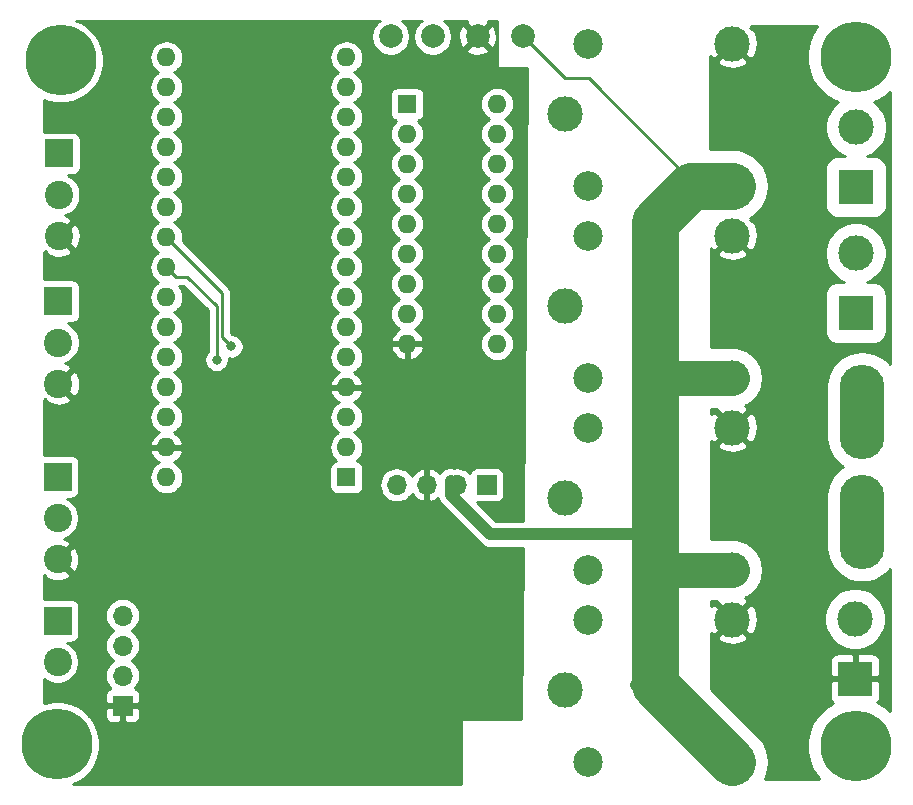
<source format=gbr>
%TF.GenerationSoftware,KiCad,Pcbnew,5.1.4*%
%TF.CreationDate,2019-11-11T17:46:08+01:00*%
%TF.ProjectId,followsun-hardware,666f6c6c-6f77-4737-956e-2d6861726477,rev?*%
%TF.SameCoordinates,Original*%
%TF.FileFunction,Copper,L2,Bot*%
%TF.FilePolarity,Positive*%
%FSLAX46Y46*%
G04 Gerber Fmt 4.6, Leading zero omitted, Abs format (unit mm)*
G04 Created by KiCad (PCBNEW 5.1.4) date 2019-11-11 17:46:08*
%MOMM*%
%LPD*%
G04 APERTURE LIST*
%ADD10C,2.400000*%
%ADD11R,2.400000X2.400000*%
%ADD12C,0.800000*%
%ADD13C,6.000000*%
%ADD14R,1.600000X1.600000*%
%ADD15O,1.600000X1.600000*%
%ADD16O,1.700000X1.700000*%
%ADD17R,1.700000X1.700000*%
%ADD18C,3.000000*%
%ADD19R,3.000000X3.000000*%
%ADD20C,2.000000*%
%ADD21O,3.800000X8.000000*%
%ADD22C,2.500000*%
%ADD23C,0.250000*%
%ADD24C,4.000000*%
%ADD25C,3.000000*%
%ADD26C,1.000000*%
%ADD27C,0.254000*%
G04 APERTURE END LIST*
D10*
X137922000Y-91587200D03*
D11*
X137922000Y-88087200D03*
D10*
X138023600Y-55514000D03*
X138023600Y-52014000D03*
D11*
X138023600Y-48514000D03*
D10*
X137922000Y-82895200D03*
X137922000Y-79395200D03*
D11*
X137922000Y-75895200D03*
D10*
X137985500Y-68023500D03*
X137985500Y-64523500D03*
D11*
X137985500Y-61023500D03*
D12*
X207076990Y-97088010D03*
X205486000Y-96429000D03*
X203895010Y-97088010D03*
X203236000Y-98679000D03*
X203895010Y-100269990D03*
X205486000Y-100929000D03*
X207076990Y-100269990D03*
X207736000Y-98679000D03*
D13*
X205486000Y-98679000D03*
D12*
X139476990Y-96961010D03*
X137886000Y-96302000D03*
X136295010Y-96961010D03*
X135636000Y-98552000D03*
X136295010Y-100142990D03*
X137886000Y-100802000D03*
X139476990Y-100142990D03*
X140136000Y-98552000D03*
D13*
X137886000Y-98552000D03*
D12*
X207076990Y-38735000D03*
X205486000Y-38075990D03*
X203895010Y-38735000D03*
X203236000Y-40325990D03*
X203895010Y-41916980D03*
X205486000Y-42575990D03*
X207076990Y-41916980D03*
X207736000Y-40325990D03*
D13*
X205486000Y-40325990D03*
D12*
X139766990Y-39049010D03*
X138176000Y-38390000D03*
X136585010Y-39049010D03*
X135926000Y-40640000D03*
X136585010Y-42230990D03*
X138176000Y-42890000D03*
X139766990Y-42230990D03*
X140426000Y-40640000D03*
D13*
X138176000Y-40640000D03*
D14*
X167513000Y-44323000D03*
D15*
X175133000Y-64643000D03*
X167513000Y-46863000D03*
X175133000Y-62103000D03*
X167513000Y-49403000D03*
X175133000Y-59563000D03*
X167513000Y-51943000D03*
X175133000Y-57023000D03*
X167513000Y-54483000D03*
X175133000Y-54483000D03*
X167513000Y-57023000D03*
X175133000Y-51943000D03*
X167513000Y-59563000D03*
X175133000Y-49403000D03*
X167513000Y-62103000D03*
X175133000Y-46863000D03*
X167513000Y-64643000D03*
X175133000Y-44323000D03*
D16*
X169185000Y-76577600D03*
X171725000Y-76577600D03*
X166645000Y-76577600D03*
D17*
X174265000Y-76577600D03*
X143424500Y-95271000D03*
D16*
X143424500Y-87651000D03*
X143424500Y-92731000D03*
X143424500Y-90191000D03*
D18*
X205486000Y-56972200D03*
D19*
X205486000Y-62052200D03*
D18*
X205536800Y-46304200D03*
D19*
X205536800Y-51384200D03*
D20*
X166116000Y-38608000D03*
X173482000Y-38608000D03*
X169672000Y-38608000D03*
X177292000Y-38608000D03*
D18*
X205435200Y-87909400D03*
D19*
X205435200Y-92989400D03*
D21*
X206044800Y-70379800D03*
X206044800Y-79679800D03*
D18*
X180848000Y-93980000D03*
D22*
X182798000Y-88030000D03*
D18*
X195048000Y-87980000D03*
X194998000Y-100030000D03*
D22*
X182798000Y-100030000D03*
D18*
X180848000Y-77724000D03*
D22*
X182798000Y-71774000D03*
D18*
X195048000Y-71724000D03*
X194998000Y-83774000D03*
D22*
X182798000Y-83774000D03*
D18*
X180848000Y-61468000D03*
D22*
X182798000Y-55518000D03*
D18*
X195048000Y-55468000D03*
X194998000Y-67518000D03*
D22*
X182798000Y-67518000D03*
D18*
X180848000Y-45212000D03*
D22*
X182798000Y-39262000D03*
D18*
X195048000Y-39212000D03*
X194998000Y-51262000D03*
D22*
X182798000Y-51262000D03*
D15*
X147129500Y-40386000D03*
X162369500Y-40386000D03*
X147129500Y-75946000D03*
X162369500Y-42926000D03*
X147129500Y-73406000D03*
X162369500Y-45466000D03*
X147129500Y-70866000D03*
X162369500Y-48006000D03*
X147129500Y-68326000D03*
X162369500Y-50546000D03*
X147129500Y-65786000D03*
X162369500Y-53086000D03*
X147129500Y-63246000D03*
X162369500Y-55626000D03*
X147129500Y-60706000D03*
X162369500Y-58166000D03*
X147129500Y-58166000D03*
X162369500Y-60706000D03*
X147129500Y-55626000D03*
X162369500Y-63246000D03*
X147129500Y-53086000D03*
X162369500Y-65786000D03*
X147129500Y-50546000D03*
X162369500Y-68326000D03*
X147129500Y-48006000D03*
X162369500Y-70866000D03*
X147129500Y-45466000D03*
X162369500Y-73406000D03*
X147129500Y-42926000D03*
D14*
X162369500Y-75946000D03*
D12*
X175260000Y-92964000D03*
X176276000Y-92964000D03*
X175768000Y-93980000D03*
X149453600Y-46550800D03*
X171562400Y-85090000D03*
X151384000Y-65989200D03*
X152628600Y-64846200D03*
D23*
X151384000Y-61468000D02*
X151384000Y-65989200D01*
X147929499Y-58965999D02*
X148881999Y-58965999D01*
X148881999Y-58965999D02*
X151384000Y-61468000D01*
X147129500Y-58166000D02*
X147929499Y-58965999D01*
X152628600Y-64846200D02*
X151834010Y-64051610D01*
X151834010Y-60876610D02*
X151834010Y-60800410D01*
X151834010Y-64051610D02*
X151834010Y-60876610D01*
X151834010Y-60330510D02*
X151834010Y-60876610D01*
X147129500Y-55626000D02*
X151834010Y-60330510D01*
D24*
X194998000Y-51262000D02*
X191562000Y-51262000D01*
X191562000Y-51262000D02*
X188468000Y-54356000D01*
X188468000Y-93500000D02*
X194998000Y-100030000D01*
X188468000Y-83312000D02*
X188468000Y-93500000D01*
X188468000Y-54356000D02*
X188468000Y-67564000D01*
D25*
X188930000Y-83774000D02*
X188468000Y-83312000D01*
X194998000Y-83774000D02*
X188930000Y-83774000D01*
X188514000Y-67518000D02*
X188468000Y-67564000D01*
X194998000Y-67518000D02*
X188514000Y-67518000D01*
D23*
X191562000Y-51262000D02*
X191562000Y-50846000D01*
X191562000Y-50846000D02*
X182880000Y-42164000D01*
X180848000Y-42164000D02*
X177292000Y-38608000D01*
X182880000Y-42164000D02*
X180848000Y-42164000D01*
D26*
X186916000Y-93500000D02*
X188468000Y-93500000D01*
D24*
X188468000Y-67564000D02*
X188468000Y-80899000D01*
X188468000Y-80899000D02*
X188468000Y-83312000D01*
D26*
X171217000Y-77424081D02*
X171217000Y-76222000D01*
X174564919Y-80772000D02*
X171217000Y-77424081D01*
X188468000Y-80899000D02*
X188341000Y-80772000D01*
X188341000Y-80772000D02*
X174564919Y-80772000D01*
D27*
G36*
X165073748Y-37338013D02*
G01*
X164846013Y-37565748D01*
X164667082Y-37833537D01*
X164543832Y-38131088D01*
X164481000Y-38446967D01*
X164481000Y-38769033D01*
X164543832Y-39084912D01*
X164667082Y-39382463D01*
X164846013Y-39650252D01*
X165073748Y-39877987D01*
X165341537Y-40056918D01*
X165639088Y-40180168D01*
X165954967Y-40243000D01*
X166277033Y-40243000D01*
X166592912Y-40180168D01*
X166890463Y-40056918D01*
X167158252Y-39877987D01*
X167385987Y-39650252D01*
X167564918Y-39382463D01*
X167688168Y-39084912D01*
X167751000Y-38769033D01*
X167751000Y-38446967D01*
X167688168Y-38131088D01*
X167564918Y-37833537D01*
X167385987Y-37565748D01*
X167158252Y-37338013D01*
X167042994Y-37261000D01*
X168745006Y-37261000D01*
X168629748Y-37338013D01*
X168402013Y-37565748D01*
X168223082Y-37833537D01*
X168099832Y-38131088D01*
X168037000Y-38446967D01*
X168037000Y-38769033D01*
X168099832Y-39084912D01*
X168223082Y-39382463D01*
X168402013Y-39650252D01*
X168629748Y-39877987D01*
X168897537Y-40056918D01*
X169195088Y-40180168D01*
X169510967Y-40243000D01*
X169833033Y-40243000D01*
X170148912Y-40180168D01*
X170446463Y-40056918D01*
X170714252Y-39877987D01*
X170848826Y-39743413D01*
X172526192Y-39743413D01*
X172621956Y-40007814D01*
X172911571Y-40148704D01*
X173223108Y-40230384D01*
X173544595Y-40249718D01*
X173863675Y-40205961D01*
X174168088Y-40100795D01*
X174342044Y-40007814D01*
X174437808Y-39743413D01*
X173482000Y-38787605D01*
X172526192Y-39743413D01*
X170848826Y-39743413D01*
X170941987Y-39650252D01*
X171120918Y-39382463D01*
X171244168Y-39084912D01*
X171307000Y-38769033D01*
X171307000Y-38670595D01*
X171840282Y-38670595D01*
X171884039Y-38989675D01*
X171989205Y-39294088D01*
X172082186Y-39468044D01*
X172346587Y-39563808D01*
X173302395Y-38608000D01*
X173661605Y-38608000D01*
X174617413Y-39563808D01*
X174881814Y-39468044D01*
X175022704Y-39178429D01*
X175104384Y-38866892D01*
X175123718Y-38545405D01*
X175079961Y-38226325D01*
X174974795Y-37921912D01*
X174881814Y-37747956D01*
X174617413Y-37652192D01*
X173661605Y-38608000D01*
X173302395Y-38608000D01*
X172346587Y-37652192D01*
X172082186Y-37747956D01*
X171941296Y-38037571D01*
X171859616Y-38349108D01*
X171840282Y-38670595D01*
X171307000Y-38670595D01*
X171307000Y-38446967D01*
X171244168Y-38131088D01*
X171120918Y-37833537D01*
X170941987Y-37565748D01*
X170714252Y-37338013D01*
X170598994Y-37261000D01*
X172602827Y-37261000D01*
X172526192Y-37472587D01*
X173482000Y-38428395D01*
X174437808Y-37472587D01*
X174361173Y-37261000D01*
X175133000Y-37261000D01*
X175133000Y-41148000D01*
X175135440Y-41172776D01*
X175142667Y-41196601D01*
X175154403Y-41218557D01*
X175170197Y-41237803D01*
X175189443Y-41253597D01*
X175211399Y-41265333D01*
X175235224Y-41272560D01*
X175260000Y-41275000D01*
X177671829Y-41275000D01*
X177319884Y-79637000D01*
X175035051Y-79637000D01*
X173463722Y-78065672D01*
X175115000Y-78065672D01*
X175239482Y-78053412D01*
X175359180Y-78017102D01*
X175469494Y-77958137D01*
X175566185Y-77878785D01*
X175645537Y-77782094D01*
X175704502Y-77671780D01*
X175740812Y-77552082D01*
X175753072Y-77427600D01*
X175753072Y-75727600D01*
X175740812Y-75603118D01*
X175704502Y-75483420D01*
X175645537Y-75373106D01*
X175566185Y-75276415D01*
X175469494Y-75197063D01*
X175359180Y-75138098D01*
X175239482Y-75101788D01*
X175115000Y-75089528D01*
X173415000Y-75089528D01*
X173290518Y-75101788D01*
X173170820Y-75138098D01*
X173060506Y-75197063D01*
X172963815Y-75276415D01*
X172884463Y-75373106D01*
X172825498Y-75483420D01*
X172804607Y-75552287D01*
X172780134Y-75522466D01*
X172554014Y-75336894D01*
X172296034Y-75199001D01*
X172016111Y-75114087D01*
X171797950Y-75092600D01*
X171652050Y-75092600D01*
X171464662Y-75111056D01*
X171439499Y-75103423D01*
X171217000Y-75081509D01*
X170994502Y-75103423D01*
X170780554Y-75168324D01*
X170583378Y-75273716D01*
X170410552Y-75415551D01*
X170275499Y-75580113D01*
X170185269Y-75480012D01*
X169951920Y-75305959D01*
X169689099Y-75180775D01*
X169541890Y-75136124D01*
X169312000Y-75257445D01*
X169312000Y-76450600D01*
X169332000Y-76450600D01*
X169332000Y-76704600D01*
X169312000Y-76704600D01*
X169312000Y-77897755D01*
X169541890Y-78019076D01*
X169689099Y-77974425D01*
X169951920Y-77849241D01*
X170121525Y-77722734D01*
X170163324Y-77860527D01*
X170268716Y-78057704D01*
X170410551Y-78230530D01*
X170453865Y-78266077D01*
X173722928Y-81535141D01*
X173758470Y-81578449D01*
X173931296Y-81720284D01*
X174128472Y-81825676D01*
X174342420Y-81890577D01*
X174509167Y-81907000D01*
X174509176Y-81907000D01*
X174564918Y-81912490D01*
X174620660Y-81907000D01*
X177299058Y-81907000D01*
X177166159Y-96393000D01*
X172212000Y-96393000D01*
X172187224Y-96395440D01*
X172163399Y-96402667D01*
X172141443Y-96414403D01*
X172122197Y-96430197D01*
X172106403Y-96449443D01*
X172094667Y-96471399D01*
X172087440Y-96495224D01*
X172085000Y-96520000D01*
X172085000Y-101931000D01*
X139227085Y-101931000D01*
X139607818Y-101773295D01*
X140203177Y-101375489D01*
X140709489Y-100869177D01*
X141107295Y-100273818D01*
X141381309Y-99612290D01*
X141521000Y-98910016D01*
X141521000Y-98193984D01*
X141381309Y-97491710D01*
X141107295Y-96830182D01*
X140709489Y-96234823D01*
X140595666Y-96121000D01*
X141936428Y-96121000D01*
X141948688Y-96245482D01*
X141984998Y-96365180D01*
X142043963Y-96475494D01*
X142123315Y-96572185D01*
X142220006Y-96651537D01*
X142330320Y-96710502D01*
X142450018Y-96746812D01*
X142574500Y-96759072D01*
X143138750Y-96756000D01*
X143297500Y-96597250D01*
X143297500Y-95398000D01*
X143551500Y-95398000D01*
X143551500Y-96597250D01*
X143710250Y-96756000D01*
X144274500Y-96759072D01*
X144398982Y-96746812D01*
X144518680Y-96710502D01*
X144628994Y-96651537D01*
X144725685Y-96572185D01*
X144805037Y-96475494D01*
X144864002Y-96365180D01*
X144900312Y-96245482D01*
X144912572Y-96121000D01*
X144909500Y-95556750D01*
X144750750Y-95398000D01*
X143551500Y-95398000D01*
X143297500Y-95398000D01*
X142098250Y-95398000D01*
X141939500Y-95556750D01*
X141936428Y-96121000D01*
X140595666Y-96121000D01*
X140203177Y-95728511D01*
X139607818Y-95330705D01*
X138946290Y-95056691D01*
X138244016Y-94917000D01*
X137527984Y-94917000D01*
X136825710Y-95056691D01*
X136779000Y-95076039D01*
X136779000Y-93030408D01*
X137052801Y-93213356D01*
X137386750Y-93351682D01*
X137741268Y-93422200D01*
X138102732Y-93422200D01*
X138457250Y-93351682D01*
X138791199Y-93213356D01*
X139091744Y-93012538D01*
X139347338Y-92756944D01*
X139548156Y-92456399D01*
X139686482Y-92122450D01*
X139757000Y-91767932D01*
X139757000Y-91406468D01*
X139686482Y-91051950D01*
X139548156Y-90718001D01*
X139347338Y-90417456D01*
X139091744Y-90161862D01*
X138791199Y-89961044D01*
X138704838Y-89925272D01*
X139122000Y-89925272D01*
X139246482Y-89913012D01*
X139366180Y-89876702D01*
X139476494Y-89817737D01*
X139573185Y-89738385D01*
X139652537Y-89641694D01*
X139711502Y-89531380D01*
X139747812Y-89411682D01*
X139760072Y-89287200D01*
X139760072Y-87651000D01*
X141932315Y-87651000D01*
X141960987Y-87942111D01*
X142045901Y-88222034D01*
X142183794Y-88480014D01*
X142369366Y-88706134D01*
X142595486Y-88891706D01*
X142650291Y-88921000D01*
X142595486Y-88950294D01*
X142369366Y-89135866D01*
X142183794Y-89361986D01*
X142045901Y-89619966D01*
X141960987Y-89899889D01*
X141932315Y-90191000D01*
X141960987Y-90482111D01*
X142045901Y-90762034D01*
X142183794Y-91020014D01*
X142369366Y-91246134D01*
X142595486Y-91431706D01*
X142650291Y-91461000D01*
X142595486Y-91490294D01*
X142369366Y-91675866D01*
X142183794Y-91901986D01*
X142045901Y-92159966D01*
X141960987Y-92439889D01*
X141932315Y-92731000D01*
X141960987Y-93022111D01*
X142045901Y-93302034D01*
X142183794Y-93560014D01*
X142369366Y-93786134D01*
X142399187Y-93810607D01*
X142330320Y-93831498D01*
X142220006Y-93890463D01*
X142123315Y-93969815D01*
X142043963Y-94066506D01*
X141984998Y-94176820D01*
X141948688Y-94296518D01*
X141936428Y-94421000D01*
X141939500Y-94985250D01*
X142098250Y-95144000D01*
X143297500Y-95144000D01*
X143297500Y-95124000D01*
X143551500Y-95124000D01*
X143551500Y-95144000D01*
X144750750Y-95144000D01*
X144909500Y-94985250D01*
X144912572Y-94421000D01*
X144900312Y-94296518D01*
X144864002Y-94176820D01*
X144805037Y-94066506D01*
X144725685Y-93969815D01*
X144628994Y-93890463D01*
X144518680Y-93831498D01*
X144449813Y-93810607D01*
X144479634Y-93786134D01*
X144665206Y-93560014D01*
X144803099Y-93302034D01*
X144888013Y-93022111D01*
X144916685Y-92731000D01*
X144888013Y-92439889D01*
X144803099Y-92159966D01*
X144665206Y-91901986D01*
X144479634Y-91675866D01*
X144253514Y-91490294D01*
X144198709Y-91461000D01*
X144253514Y-91431706D01*
X144479634Y-91246134D01*
X144665206Y-91020014D01*
X144803099Y-90762034D01*
X144888013Y-90482111D01*
X144916685Y-90191000D01*
X144888013Y-89899889D01*
X144803099Y-89619966D01*
X144665206Y-89361986D01*
X144479634Y-89135866D01*
X144253514Y-88950294D01*
X144198709Y-88921000D01*
X144253514Y-88891706D01*
X144479634Y-88706134D01*
X144665206Y-88480014D01*
X144803099Y-88222034D01*
X144888013Y-87942111D01*
X144916685Y-87651000D01*
X144888013Y-87359889D01*
X144803099Y-87079966D01*
X144665206Y-86821986D01*
X144479634Y-86595866D01*
X144253514Y-86410294D01*
X143995534Y-86272401D01*
X143715611Y-86187487D01*
X143497450Y-86166000D01*
X143351550Y-86166000D01*
X143133389Y-86187487D01*
X142853466Y-86272401D01*
X142595486Y-86410294D01*
X142369366Y-86595866D01*
X142183794Y-86821986D01*
X142045901Y-87079966D01*
X141960987Y-87359889D01*
X141932315Y-87651000D01*
X139760072Y-87651000D01*
X139760072Y-86887200D01*
X139747812Y-86762718D01*
X139711502Y-86643020D01*
X139652537Y-86532706D01*
X139573185Y-86436015D01*
X139476494Y-86356663D01*
X139366180Y-86297698D01*
X139246482Y-86261388D01*
X139122000Y-86249128D01*
X136779000Y-86249128D01*
X136779000Y-84217808D01*
X136823627Y-84173181D01*
X136943514Y-84458036D01*
X137267210Y-84618899D01*
X137616069Y-84713522D01*
X137976684Y-84738267D01*
X138335198Y-84692185D01*
X138677833Y-84577046D01*
X138900486Y-84458036D01*
X139020374Y-84173180D01*
X137922000Y-83074805D01*
X137907858Y-83088948D01*
X137728252Y-82909342D01*
X137742395Y-82895200D01*
X138101605Y-82895200D01*
X139199980Y-83993574D01*
X139484836Y-83873686D01*
X139645699Y-83549990D01*
X139740322Y-83201131D01*
X139765067Y-82840516D01*
X139718985Y-82482002D01*
X139603846Y-82139367D01*
X139484836Y-81916714D01*
X139199980Y-81796826D01*
X138101605Y-82895200D01*
X137742395Y-82895200D01*
X137728252Y-82881058D01*
X137907858Y-82701452D01*
X137922000Y-82715595D01*
X139020374Y-81617220D01*
X138900486Y-81332364D01*
X138576790Y-81171501D01*
X138487310Y-81147231D01*
X138791199Y-81021356D01*
X139091744Y-80820538D01*
X139347338Y-80564944D01*
X139548156Y-80264399D01*
X139686482Y-79930450D01*
X139757000Y-79575932D01*
X139757000Y-79214468D01*
X139686482Y-78859950D01*
X139548156Y-78526001D01*
X139347338Y-78225456D01*
X139091744Y-77969862D01*
X138791199Y-77769044D01*
X138704838Y-77733272D01*
X139122000Y-77733272D01*
X139246482Y-77721012D01*
X139366180Y-77684702D01*
X139476494Y-77625737D01*
X139573185Y-77546385D01*
X139652537Y-77449694D01*
X139711502Y-77339380D01*
X139747812Y-77219682D01*
X139760072Y-77095200D01*
X139760072Y-75946000D01*
X145687557Y-75946000D01*
X145715264Y-76227309D01*
X145797318Y-76497808D01*
X145930568Y-76747101D01*
X146109892Y-76965608D01*
X146328399Y-77144932D01*
X146577692Y-77278182D01*
X146848191Y-77360236D01*
X147059008Y-77381000D01*
X147199992Y-77381000D01*
X147410809Y-77360236D01*
X147681308Y-77278182D01*
X147930601Y-77144932D01*
X148149108Y-76965608D01*
X148328432Y-76747101D01*
X148461682Y-76497808D01*
X148543736Y-76227309D01*
X148571443Y-75946000D01*
X148543736Y-75664691D01*
X148461682Y-75394192D01*
X148328432Y-75144899D01*
X148149108Y-74926392D01*
X147930601Y-74747068D01*
X147792818Y-74673421D01*
X147984631Y-74558385D01*
X148193019Y-74369414D01*
X148360537Y-74143420D01*
X148480746Y-73889087D01*
X148521404Y-73755039D01*
X148399415Y-73533000D01*
X147256500Y-73533000D01*
X147256500Y-73553000D01*
X147002500Y-73553000D01*
X147002500Y-73533000D01*
X145859585Y-73533000D01*
X145737596Y-73755039D01*
X145778254Y-73889087D01*
X145898463Y-74143420D01*
X146065981Y-74369414D01*
X146274369Y-74558385D01*
X146466182Y-74673421D01*
X146328399Y-74747068D01*
X146109892Y-74926392D01*
X145930568Y-75144899D01*
X145797318Y-75394192D01*
X145715264Y-75664691D01*
X145687557Y-75946000D01*
X139760072Y-75946000D01*
X139760072Y-74695200D01*
X139747812Y-74570718D01*
X139711502Y-74451020D01*
X139652537Y-74340706D01*
X139573185Y-74244015D01*
X139476494Y-74164663D01*
X139366180Y-74105698D01*
X139246482Y-74069388D01*
X139122000Y-74057128D01*
X136779000Y-74057128D01*
X136779000Y-69409608D01*
X136887127Y-69301481D01*
X137007014Y-69586336D01*
X137330710Y-69747199D01*
X137679569Y-69841822D01*
X138040184Y-69866567D01*
X138398698Y-69820485D01*
X138741333Y-69705346D01*
X138963986Y-69586336D01*
X139083874Y-69301480D01*
X137985500Y-68203105D01*
X137971358Y-68217248D01*
X137791752Y-68037642D01*
X137805895Y-68023500D01*
X138165105Y-68023500D01*
X139263480Y-69121874D01*
X139548336Y-69001986D01*
X139709199Y-68678290D01*
X139803822Y-68329431D01*
X139828567Y-67968816D01*
X139782485Y-67610302D01*
X139667346Y-67267667D01*
X139548336Y-67045014D01*
X139263480Y-66925126D01*
X138165105Y-68023500D01*
X137805895Y-68023500D01*
X137791752Y-68009358D01*
X137971358Y-67829752D01*
X137985500Y-67843895D01*
X139083874Y-66745520D01*
X138963986Y-66460664D01*
X138640290Y-66299801D01*
X138550810Y-66275531D01*
X138854699Y-66149656D01*
X139155244Y-65948838D01*
X139410838Y-65693244D01*
X139611656Y-65392699D01*
X139749982Y-65058750D01*
X139820500Y-64704232D01*
X139820500Y-64342768D01*
X139749982Y-63988250D01*
X139611656Y-63654301D01*
X139410838Y-63353756D01*
X139155244Y-63098162D01*
X138854699Y-62897344D01*
X138768338Y-62861572D01*
X139185500Y-62861572D01*
X139309982Y-62849312D01*
X139429680Y-62813002D01*
X139539994Y-62754037D01*
X139636685Y-62674685D01*
X139716037Y-62577994D01*
X139775002Y-62467680D01*
X139811312Y-62347982D01*
X139823572Y-62223500D01*
X139823572Y-59823500D01*
X139811312Y-59699018D01*
X139775002Y-59579320D01*
X139716037Y-59469006D01*
X139636685Y-59372315D01*
X139539994Y-59292963D01*
X139429680Y-59233998D01*
X139309982Y-59197688D01*
X139185500Y-59185428D01*
X136785500Y-59185428D01*
X136779000Y-59186068D01*
X136779000Y-56876168D01*
X136810020Y-56907188D01*
X136925227Y-56791981D01*
X137045114Y-57076836D01*
X137368810Y-57237699D01*
X137717669Y-57332322D01*
X138078284Y-57357067D01*
X138436798Y-57310985D01*
X138779433Y-57195846D01*
X139002086Y-57076836D01*
X139121974Y-56791980D01*
X138023600Y-55693605D01*
X138009458Y-55707748D01*
X137829852Y-55528142D01*
X137843995Y-55514000D01*
X138203205Y-55514000D01*
X139301580Y-56612374D01*
X139586436Y-56492486D01*
X139747299Y-56168790D01*
X139841922Y-55819931D01*
X139866667Y-55459316D01*
X139820585Y-55100802D01*
X139705446Y-54758167D01*
X139586436Y-54535514D01*
X139301580Y-54415626D01*
X138203205Y-55514000D01*
X137843995Y-55514000D01*
X137829852Y-55499858D01*
X138009458Y-55320252D01*
X138023600Y-55334395D01*
X139121974Y-54236020D01*
X139002086Y-53951164D01*
X138678390Y-53790301D01*
X138588910Y-53766031D01*
X138892799Y-53640156D01*
X139193344Y-53439338D01*
X139448938Y-53183744D01*
X139649756Y-52883199D01*
X139788082Y-52549250D01*
X139858600Y-52194732D01*
X139858600Y-51833268D01*
X139788082Y-51478750D01*
X139649756Y-51144801D01*
X139448938Y-50844256D01*
X139193344Y-50588662D01*
X138892799Y-50387844D01*
X138806438Y-50352072D01*
X139223600Y-50352072D01*
X139348082Y-50339812D01*
X139467780Y-50303502D01*
X139578094Y-50244537D01*
X139674785Y-50165185D01*
X139754137Y-50068494D01*
X139813102Y-49958180D01*
X139849412Y-49838482D01*
X139861672Y-49714000D01*
X139861672Y-47314000D01*
X139849412Y-47189518D01*
X139813102Y-47069820D01*
X139754137Y-46959506D01*
X139674785Y-46862815D01*
X139578094Y-46783463D01*
X139467780Y-46724498D01*
X139348082Y-46688188D01*
X139223600Y-46675928D01*
X136823600Y-46675928D01*
X136779000Y-46680321D01*
X136779000Y-43995839D01*
X137115710Y-44135309D01*
X137817984Y-44275000D01*
X138534016Y-44275000D01*
X139236290Y-44135309D01*
X139897818Y-43861295D01*
X140493177Y-43463489D01*
X140999489Y-42957177D01*
X141397295Y-42361818D01*
X141671309Y-41700290D01*
X141811000Y-40998016D01*
X141811000Y-40386000D01*
X145687557Y-40386000D01*
X145715264Y-40667309D01*
X145797318Y-40937808D01*
X145930568Y-41187101D01*
X146109892Y-41405608D01*
X146328399Y-41584932D01*
X146461358Y-41656000D01*
X146328399Y-41727068D01*
X146109892Y-41906392D01*
X145930568Y-42124899D01*
X145797318Y-42374192D01*
X145715264Y-42644691D01*
X145687557Y-42926000D01*
X145715264Y-43207309D01*
X145797318Y-43477808D01*
X145930568Y-43727101D01*
X146109892Y-43945608D01*
X146328399Y-44124932D01*
X146461358Y-44196000D01*
X146328399Y-44267068D01*
X146109892Y-44446392D01*
X145930568Y-44664899D01*
X145797318Y-44914192D01*
X145715264Y-45184691D01*
X145687557Y-45466000D01*
X145715264Y-45747309D01*
X145797318Y-46017808D01*
X145930568Y-46267101D01*
X146109892Y-46485608D01*
X146328399Y-46664932D01*
X146461358Y-46736000D01*
X146328399Y-46807068D01*
X146109892Y-46986392D01*
X145930568Y-47204899D01*
X145797318Y-47454192D01*
X145715264Y-47724691D01*
X145687557Y-48006000D01*
X145715264Y-48287309D01*
X145797318Y-48557808D01*
X145930568Y-48807101D01*
X146109892Y-49025608D01*
X146328399Y-49204932D01*
X146461358Y-49276000D01*
X146328399Y-49347068D01*
X146109892Y-49526392D01*
X145930568Y-49744899D01*
X145797318Y-49994192D01*
X145715264Y-50264691D01*
X145687557Y-50546000D01*
X145715264Y-50827309D01*
X145797318Y-51097808D01*
X145930568Y-51347101D01*
X146109892Y-51565608D01*
X146328399Y-51744932D01*
X146461358Y-51816000D01*
X146328399Y-51887068D01*
X146109892Y-52066392D01*
X145930568Y-52284899D01*
X145797318Y-52534192D01*
X145715264Y-52804691D01*
X145687557Y-53086000D01*
X145715264Y-53367309D01*
X145797318Y-53637808D01*
X145930568Y-53887101D01*
X146109892Y-54105608D01*
X146328399Y-54284932D01*
X146461358Y-54356000D01*
X146328399Y-54427068D01*
X146109892Y-54606392D01*
X145930568Y-54824899D01*
X145797318Y-55074192D01*
X145715264Y-55344691D01*
X145687557Y-55626000D01*
X145715264Y-55907309D01*
X145797318Y-56177808D01*
X145930568Y-56427101D01*
X146109892Y-56645608D01*
X146328399Y-56824932D01*
X146461358Y-56896000D01*
X146328399Y-56967068D01*
X146109892Y-57146392D01*
X145930568Y-57364899D01*
X145797318Y-57614192D01*
X145715264Y-57884691D01*
X145687557Y-58166000D01*
X145715264Y-58447309D01*
X145797318Y-58717808D01*
X145930568Y-58967101D01*
X146109892Y-59185608D01*
X146328399Y-59364932D01*
X146461358Y-59436000D01*
X146328399Y-59507068D01*
X146109892Y-59686392D01*
X145930568Y-59904899D01*
X145797318Y-60154192D01*
X145715264Y-60424691D01*
X145687557Y-60706000D01*
X145715264Y-60987309D01*
X145797318Y-61257808D01*
X145930568Y-61507101D01*
X146109892Y-61725608D01*
X146328399Y-61904932D01*
X146461358Y-61976000D01*
X146328399Y-62047068D01*
X146109892Y-62226392D01*
X145930568Y-62444899D01*
X145797318Y-62694192D01*
X145715264Y-62964691D01*
X145687557Y-63246000D01*
X145715264Y-63527309D01*
X145797318Y-63797808D01*
X145930568Y-64047101D01*
X146109892Y-64265608D01*
X146328399Y-64444932D01*
X146461358Y-64516000D01*
X146328399Y-64587068D01*
X146109892Y-64766392D01*
X145930568Y-64984899D01*
X145797318Y-65234192D01*
X145715264Y-65504691D01*
X145687557Y-65786000D01*
X145715264Y-66067309D01*
X145797318Y-66337808D01*
X145930568Y-66587101D01*
X146109892Y-66805608D01*
X146328399Y-66984932D01*
X146461358Y-67056000D01*
X146328399Y-67127068D01*
X146109892Y-67306392D01*
X145930568Y-67524899D01*
X145797318Y-67774192D01*
X145715264Y-68044691D01*
X145687557Y-68326000D01*
X145715264Y-68607309D01*
X145797318Y-68877808D01*
X145930568Y-69127101D01*
X146109892Y-69345608D01*
X146328399Y-69524932D01*
X146461358Y-69596000D01*
X146328399Y-69667068D01*
X146109892Y-69846392D01*
X145930568Y-70064899D01*
X145797318Y-70314192D01*
X145715264Y-70584691D01*
X145687557Y-70866000D01*
X145715264Y-71147309D01*
X145797318Y-71417808D01*
X145930568Y-71667101D01*
X146109892Y-71885608D01*
X146328399Y-72064932D01*
X146466182Y-72138579D01*
X146274369Y-72253615D01*
X146065981Y-72442586D01*
X145898463Y-72668580D01*
X145778254Y-72922913D01*
X145737596Y-73056961D01*
X145859585Y-73279000D01*
X147002500Y-73279000D01*
X147002500Y-73259000D01*
X147256500Y-73259000D01*
X147256500Y-73279000D01*
X148399415Y-73279000D01*
X148521404Y-73056961D01*
X148480746Y-72922913D01*
X148360537Y-72668580D01*
X148193019Y-72442586D01*
X147984631Y-72253615D01*
X147792818Y-72138579D01*
X147930601Y-72064932D01*
X148149108Y-71885608D01*
X148328432Y-71667101D01*
X148461682Y-71417808D01*
X148543736Y-71147309D01*
X148571443Y-70866000D01*
X160927557Y-70866000D01*
X160955264Y-71147309D01*
X161037318Y-71417808D01*
X161170568Y-71667101D01*
X161349892Y-71885608D01*
X161568399Y-72064932D01*
X161701358Y-72136000D01*
X161568399Y-72207068D01*
X161349892Y-72386392D01*
X161170568Y-72604899D01*
X161037318Y-72854192D01*
X160955264Y-73124691D01*
X160927557Y-73406000D01*
X160955264Y-73687309D01*
X161037318Y-73957808D01*
X161170568Y-74207101D01*
X161349892Y-74425608D01*
X161462982Y-74518419D01*
X161445018Y-74520188D01*
X161325320Y-74556498D01*
X161215006Y-74615463D01*
X161118315Y-74694815D01*
X161038963Y-74791506D01*
X160979998Y-74901820D01*
X160943688Y-75021518D01*
X160931428Y-75146000D01*
X160931428Y-76746000D01*
X160943688Y-76870482D01*
X160979998Y-76990180D01*
X161038963Y-77100494D01*
X161118315Y-77197185D01*
X161215006Y-77276537D01*
X161325320Y-77335502D01*
X161445018Y-77371812D01*
X161569500Y-77384072D01*
X163169500Y-77384072D01*
X163293982Y-77371812D01*
X163413680Y-77335502D01*
X163523994Y-77276537D01*
X163620685Y-77197185D01*
X163700037Y-77100494D01*
X163759002Y-76990180D01*
X163795312Y-76870482D01*
X163807572Y-76746000D01*
X163807572Y-76577600D01*
X165152815Y-76577600D01*
X165181487Y-76868711D01*
X165266401Y-77148634D01*
X165404294Y-77406614D01*
X165589866Y-77632734D01*
X165815986Y-77818306D01*
X166073966Y-77956199D01*
X166353889Y-78041113D01*
X166572050Y-78062600D01*
X166717950Y-78062600D01*
X166936111Y-78041113D01*
X167216034Y-77956199D01*
X167474014Y-77818306D01*
X167700134Y-77632734D01*
X167885706Y-77406614D01*
X167920201Y-77342077D01*
X167989822Y-77458955D01*
X168184731Y-77675188D01*
X168418080Y-77849241D01*
X168680901Y-77974425D01*
X168828110Y-78019076D01*
X169058000Y-77897755D01*
X169058000Y-76704600D01*
X169038000Y-76704600D01*
X169038000Y-76450600D01*
X169058000Y-76450600D01*
X169058000Y-75257445D01*
X168828110Y-75136124D01*
X168680901Y-75180775D01*
X168418080Y-75305959D01*
X168184731Y-75480012D01*
X167989822Y-75696245D01*
X167920201Y-75813123D01*
X167885706Y-75748586D01*
X167700134Y-75522466D01*
X167474014Y-75336894D01*
X167216034Y-75199001D01*
X166936111Y-75114087D01*
X166717950Y-75092600D01*
X166572050Y-75092600D01*
X166353889Y-75114087D01*
X166073966Y-75199001D01*
X165815986Y-75336894D01*
X165589866Y-75522466D01*
X165404294Y-75748586D01*
X165266401Y-76006566D01*
X165181487Y-76286489D01*
X165152815Y-76577600D01*
X163807572Y-76577600D01*
X163807572Y-75146000D01*
X163795312Y-75021518D01*
X163759002Y-74901820D01*
X163700037Y-74791506D01*
X163620685Y-74694815D01*
X163523994Y-74615463D01*
X163413680Y-74556498D01*
X163293982Y-74520188D01*
X163276018Y-74518419D01*
X163389108Y-74425608D01*
X163568432Y-74207101D01*
X163701682Y-73957808D01*
X163783736Y-73687309D01*
X163811443Y-73406000D01*
X163783736Y-73124691D01*
X163701682Y-72854192D01*
X163568432Y-72604899D01*
X163389108Y-72386392D01*
X163170601Y-72207068D01*
X163037642Y-72136000D01*
X163170601Y-72064932D01*
X163389108Y-71885608D01*
X163568432Y-71667101D01*
X163701682Y-71417808D01*
X163783736Y-71147309D01*
X163811443Y-70866000D01*
X163783736Y-70584691D01*
X163701682Y-70314192D01*
X163568432Y-70064899D01*
X163389108Y-69846392D01*
X163170601Y-69667068D01*
X163032818Y-69593421D01*
X163224631Y-69478385D01*
X163433019Y-69289414D01*
X163600537Y-69063420D01*
X163720746Y-68809087D01*
X163761404Y-68675039D01*
X163639415Y-68453000D01*
X162496500Y-68453000D01*
X162496500Y-68473000D01*
X162242500Y-68473000D01*
X162242500Y-68453000D01*
X161099585Y-68453000D01*
X160977596Y-68675039D01*
X161018254Y-68809087D01*
X161138463Y-69063420D01*
X161305981Y-69289414D01*
X161514369Y-69478385D01*
X161706182Y-69593421D01*
X161568399Y-69667068D01*
X161349892Y-69846392D01*
X161170568Y-70064899D01*
X161037318Y-70314192D01*
X160955264Y-70584691D01*
X160927557Y-70866000D01*
X148571443Y-70866000D01*
X148543736Y-70584691D01*
X148461682Y-70314192D01*
X148328432Y-70064899D01*
X148149108Y-69846392D01*
X147930601Y-69667068D01*
X147797642Y-69596000D01*
X147930601Y-69524932D01*
X148149108Y-69345608D01*
X148328432Y-69127101D01*
X148461682Y-68877808D01*
X148543736Y-68607309D01*
X148571443Y-68326000D01*
X148543736Y-68044691D01*
X148461682Y-67774192D01*
X148328432Y-67524899D01*
X148149108Y-67306392D01*
X147930601Y-67127068D01*
X147797642Y-67056000D01*
X147930601Y-66984932D01*
X148149108Y-66805608D01*
X148328432Y-66587101D01*
X148461682Y-66337808D01*
X148543736Y-66067309D01*
X148571443Y-65786000D01*
X148543736Y-65504691D01*
X148461682Y-65234192D01*
X148328432Y-64984899D01*
X148149108Y-64766392D01*
X147930601Y-64587068D01*
X147797642Y-64516000D01*
X147930601Y-64444932D01*
X148149108Y-64265608D01*
X148328432Y-64047101D01*
X148461682Y-63797808D01*
X148543736Y-63527309D01*
X148571443Y-63246000D01*
X148543736Y-62964691D01*
X148461682Y-62694192D01*
X148328432Y-62444899D01*
X148149108Y-62226392D01*
X147930601Y-62047068D01*
X147797642Y-61976000D01*
X147930601Y-61904932D01*
X148149108Y-61725608D01*
X148328432Y-61507101D01*
X148461682Y-61257808D01*
X148543736Y-60987309D01*
X148571443Y-60706000D01*
X148543736Y-60424691D01*
X148461682Y-60154192D01*
X148328432Y-59904899D01*
X148181613Y-59725999D01*
X148567198Y-59725999D01*
X150624000Y-61782802D01*
X150624001Y-65285488D01*
X150580063Y-65329426D01*
X150466795Y-65498944D01*
X150388774Y-65687302D01*
X150349000Y-65887261D01*
X150349000Y-66091139D01*
X150388774Y-66291098D01*
X150466795Y-66479456D01*
X150580063Y-66648974D01*
X150724226Y-66793137D01*
X150893744Y-66906405D01*
X151082102Y-66984426D01*
X151282061Y-67024200D01*
X151485939Y-67024200D01*
X151685898Y-66984426D01*
X151874256Y-66906405D01*
X152043774Y-66793137D01*
X152187937Y-66648974D01*
X152301205Y-66479456D01*
X152379226Y-66291098D01*
X152419000Y-66091139D01*
X152419000Y-65887261D01*
X152413310Y-65858653D01*
X152526661Y-65881200D01*
X152730539Y-65881200D01*
X152930498Y-65841426D01*
X153118856Y-65763405D01*
X153288374Y-65650137D01*
X153432537Y-65505974D01*
X153545805Y-65336456D01*
X153623826Y-65148098D01*
X153663600Y-64948139D01*
X153663600Y-64744261D01*
X153623826Y-64544302D01*
X153545805Y-64355944D01*
X153432537Y-64186426D01*
X153288374Y-64042263D01*
X153118856Y-63928995D01*
X152930498Y-63850974D01*
X152730539Y-63811200D01*
X152668401Y-63811200D01*
X152594010Y-63736809D01*
X152594010Y-60367833D01*
X152597686Y-60330510D01*
X152594010Y-60293187D01*
X152594010Y-60293177D01*
X152583013Y-60181524D01*
X152539556Y-60038263D01*
X152468984Y-59906234D01*
X152374011Y-59790509D01*
X152345014Y-59766712D01*
X148530208Y-55951906D01*
X148543736Y-55907309D01*
X148571443Y-55626000D01*
X148543736Y-55344691D01*
X148461682Y-55074192D01*
X148328432Y-54824899D01*
X148149108Y-54606392D01*
X147930601Y-54427068D01*
X147797642Y-54356000D01*
X147930601Y-54284932D01*
X148149108Y-54105608D01*
X148328432Y-53887101D01*
X148461682Y-53637808D01*
X148543736Y-53367309D01*
X148571443Y-53086000D01*
X148543736Y-52804691D01*
X148461682Y-52534192D01*
X148328432Y-52284899D01*
X148149108Y-52066392D01*
X147930601Y-51887068D01*
X147797642Y-51816000D01*
X147930601Y-51744932D01*
X148149108Y-51565608D01*
X148328432Y-51347101D01*
X148461682Y-51097808D01*
X148543736Y-50827309D01*
X148571443Y-50546000D01*
X148543736Y-50264691D01*
X148461682Y-49994192D01*
X148328432Y-49744899D01*
X148149108Y-49526392D01*
X147930601Y-49347068D01*
X147797642Y-49276000D01*
X147930601Y-49204932D01*
X148149108Y-49025608D01*
X148328432Y-48807101D01*
X148461682Y-48557808D01*
X148543736Y-48287309D01*
X148571443Y-48006000D01*
X148543736Y-47724691D01*
X148461682Y-47454192D01*
X148328432Y-47204899D01*
X148149108Y-46986392D01*
X147930601Y-46807068D01*
X147797642Y-46736000D01*
X147930601Y-46664932D01*
X148149108Y-46485608D01*
X148328432Y-46267101D01*
X148461682Y-46017808D01*
X148543736Y-45747309D01*
X148571443Y-45466000D01*
X148543736Y-45184691D01*
X148461682Y-44914192D01*
X148328432Y-44664899D01*
X148149108Y-44446392D01*
X147930601Y-44267068D01*
X147797642Y-44196000D01*
X147930601Y-44124932D01*
X148149108Y-43945608D01*
X148328432Y-43727101D01*
X148461682Y-43477808D01*
X148543736Y-43207309D01*
X148571443Y-42926000D01*
X148543736Y-42644691D01*
X148461682Y-42374192D01*
X148328432Y-42124899D01*
X148149108Y-41906392D01*
X147930601Y-41727068D01*
X147797642Y-41656000D01*
X147930601Y-41584932D01*
X148149108Y-41405608D01*
X148328432Y-41187101D01*
X148461682Y-40937808D01*
X148543736Y-40667309D01*
X148571443Y-40386000D01*
X160927557Y-40386000D01*
X160955264Y-40667309D01*
X161037318Y-40937808D01*
X161170568Y-41187101D01*
X161349892Y-41405608D01*
X161568399Y-41584932D01*
X161701358Y-41656000D01*
X161568399Y-41727068D01*
X161349892Y-41906392D01*
X161170568Y-42124899D01*
X161037318Y-42374192D01*
X160955264Y-42644691D01*
X160927557Y-42926000D01*
X160955264Y-43207309D01*
X161037318Y-43477808D01*
X161170568Y-43727101D01*
X161349892Y-43945608D01*
X161568399Y-44124932D01*
X161701358Y-44196000D01*
X161568399Y-44267068D01*
X161349892Y-44446392D01*
X161170568Y-44664899D01*
X161037318Y-44914192D01*
X160955264Y-45184691D01*
X160927557Y-45466000D01*
X160955264Y-45747309D01*
X161037318Y-46017808D01*
X161170568Y-46267101D01*
X161349892Y-46485608D01*
X161568399Y-46664932D01*
X161701358Y-46736000D01*
X161568399Y-46807068D01*
X161349892Y-46986392D01*
X161170568Y-47204899D01*
X161037318Y-47454192D01*
X160955264Y-47724691D01*
X160927557Y-48006000D01*
X160955264Y-48287309D01*
X161037318Y-48557808D01*
X161170568Y-48807101D01*
X161349892Y-49025608D01*
X161568399Y-49204932D01*
X161701358Y-49276000D01*
X161568399Y-49347068D01*
X161349892Y-49526392D01*
X161170568Y-49744899D01*
X161037318Y-49994192D01*
X160955264Y-50264691D01*
X160927557Y-50546000D01*
X160955264Y-50827309D01*
X161037318Y-51097808D01*
X161170568Y-51347101D01*
X161349892Y-51565608D01*
X161568399Y-51744932D01*
X161701358Y-51816000D01*
X161568399Y-51887068D01*
X161349892Y-52066392D01*
X161170568Y-52284899D01*
X161037318Y-52534192D01*
X160955264Y-52804691D01*
X160927557Y-53086000D01*
X160955264Y-53367309D01*
X161037318Y-53637808D01*
X161170568Y-53887101D01*
X161349892Y-54105608D01*
X161568399Y-54284932D01*
X161701358Y-54356000D01*
X161568399Y-54427068D01*
X161349892Y-54606392D01*
X161170568Y-54824899D01*
X161037318Y-55074192D01*
X160955264Y-55344691D01*
X160927557Y-55626000D01*
X160955264Y-55907309D01*
X161037318Y-56177808D01*
X161170568Y-56427101D01*
X161349892Y-56645608D01*
X161568399Y-56824932D01*
X161701358Y-56896000D01*
X161568399Y-56967068D01*
X161349892Y-57146392D01*
X161170568Y-57364899D01*
X161037318Y-57614192D01*
X160955264Y-57884691D01*
X160927557Y-58166000D01*
X160955264Y-58447309D01*
X161037318Y-58717808D01*
X161170568Y-58967101D01*
X161349892Y-59185608D01*
X161568399Y-59364932D01*
X161701358Y-59436000D01*
X161568399Y-59507068D01*
X161349892Y-59686392D01*
X161170568Y-59904899D01*
X161037318Y-60154192D01*
X160955264Y-60424691D01*
X160927557Y-60706000D01*
X160955264Y-60987309D01*
X161037318Y-61257808D01*
X161170568Y-61507101D01*
X161349892Y-61725608D01*
X161568399Y-61904932D01*
X161701358Y-61976000D01*
X161568399Y-62047068D01*
X161349892Y-62226392D01*
X161170568Y-62444899D01*
X161037318Y-62694192D01*
X160955264Y-62964691D01*
X160927557Y-63246000D01*
X160955264Y-63527309D01*
X161037318Y-63797808D01*
X161170568Y-64047101D01*
X161349892Y-64265608D01*
X161568399Y-64444932D01*
X161701358Y-64516000D01*
X161568399Y-64587068D01*
X161349892Y-64766392D01*
X161170568Y-64984899D01*
X161037318Y-65234192D01*
X160955264Y-65504691D01*
X160927557Y-65786000D01*
X160955264Y-66067309D01*
X161037318Y-66337808D01*
X161170568Y-66587101D01*
X161349892Y-66805608D01*
X161568399Y-66984932D01*
X161706182Y-67058579D01*
X161514369Y-67173615D01*
X161305981Y-67362586D01*
X161138463Y-67588580D01*
X161018254Y-67842913D01*
X160977596Y-67976961D01*
X161099585Y-68199000D01*
X162242500Y-68199000D01*
X162242500Y-68179000D01*
X162496500Y-68179000D01*
X162496500Y-68199000D01*
X163639415Y-68199000D01*
X163761404Y-67976961D01*
X163720746Y-67842913D01*
X163600537Y-67588580D01*
X163433019Y-67362586D01*
X163224631Y-67173615D01*
X163032818Y-67058579D01*
X163170601Y-66984932D01*
X163389108Y-66805608D01*
X163568432Y-66587101D01*
X163701682Y-66337808D01*
X163783736Y-66067309D01*
X163811443Y-65786000D01*
X163783736Y-65504691D01*
X163701682Y-65234192D01*
X163572249Y-64992039D01*
X166121096Y-64992039D01*
X166161754Y-65126087D01*
X166281963Y-65380420D01*
X166449481Y-65606414D01*
X166657869Y-65795385D01*
X166899119Y-65940070D01*
X167163960Y-66034909D01*
X167386000Y-65913624D01*
X167386000Y-64770000D01*
X167640000Y-64770000D01*
X167640000Y-65913624D01*
X167862040Y-66034909D01*
X168126881Y-65940070D01*
X168368131Y-65795385D01*
X168576519Y-65606414D01*
X168744037Y-65380420D01*
X168864246Y-65126087D01*
X168904904Y-64992039D01*
X168782915Y-64770000D01*
X167640000Y-64770000D01*
X167386000Y-64770000D01*
X166243085Y-64770000D01*
X166121096Y-64992039D01*
X163572249Y-64992039D01*
X163568432Y-64984899D01*
X163389108Y-64766392D01*
X163170601Y-64587068D01*
X163037642Y-64516000D01*
X163170601Y-64444932D01*
X163389108Y-64265608D01*
X163568432Y-64047101D01*
X163701682Y-63797808D01*
X163783736Y-63527309D01*
X163811443Y-63246000D01*
X163783736Y-62964691D01*
X163701682Y-62694192D01*
X163568432Y-62444899D01*
X163389108Y-62226392D01*
X163170601Y-62047068D01*
X163037642Y-61976000D01*
X163170601Y-61904932D01*
X163389108Y-61725608D01*
X163568432Y-61507101D01*
X163701682Y-61257808D01*
X163783736Y-60987309D01*
X163811443Y-60706000D01*
X163783736Y-60424691D01*
X163701682Y-60154192D01*
X163568432Y-59904899D01*
X163389108Y-59686392D01*
X163170601Y-59507068D01*
X163037642Y-59436000D01*
X163170601Y-59364932D01*
X163389108Y-59185608D01*
X163568432Y-58967101D01*
X163701682Y-58717808D01*
X163783736Y-58447309D01*
X163811443Y-58166000D01*
X163783736Y-57884691D01*
X163701682Y-57614192D01*
X163568432Y-57364899D01*
X163389108Y-57146392D01*
X163170601Y-56967068D01*
X163037642Y-56896000D01*
X163170601Y-56824932D01*
X163389108Y-56645608D01*
X163568432Y-56427101D01*
X163701682Y-56177808D01*
X163783736Y-55907309D01*
X163811443Y-55626000D01*
X163783736Y-55344691D01*
X163701682Y-55074192D01*
X163568432Y-54824899D01*
X163389108Y-54606392D01*
X163170601Y-54427068D01*
X163037642Y-54356000D01*
X163170601Y-54284932D01*
X163389108Y-54105608D01*
X163568432Y-53887101D01*
X163701682Y-53637808D01*
X163783736Y-53367309D01*
X163811443Y-53086000D01*
X163783736Y-52804691D01*
X163701682Y-52534192D01*
X163568432Y-52284899D01*
X163389108Y-52066392D01*
X163170601Y-51887068D01*
X163037642Y-51816000D01*
X163170601Y-51744932D01*
X163389108Y-51565608D01*
X163568432Y-51347101D01*
X163701682Y-51097808D01*
X163783736Y-50827309D01*
X163811443Y-50546000D01*
X163783736Y-50264691D01*
X163701682Y-49994192D01*
X163568432Y-49744899D01*
X163389108Y-49526392D01*
X163170601Y-49347068D01*
X163037642Y-49276000D01*
X163170601Y-49204932D01*
X163389108Y-49025608D01*
X163568432Y-48807101D01*
X163701682Y-48557808D01*
X163783736Y-48287309D01*
X163811443Y-48006000D01*
X163783736Y-47724691D01*
X163701682Y-47454192D01*
X163568432Y-47204899D01*
X163389108Y-46986392D01*
X163238755Y-46863000D01*
X166071057Y-46863000D01*
X166098764Y-47144309D01*
X166180818Y-47414808D01*
X166314068Y-47664101D01*
X166493392Y-47882608D01*
X166711899Y-48061932D01*
X166844858Y-48133000D01*
X166711899Y-48204068D01*
X166493392Y-48383392D01*
X166314068Y-48601899D01*
X166180818Y-48851192D01*
X166098764Y-49121691D01*
X166071057Y-49403000D01*
X166098764Y-49684309D01*
X166180818Y-49954808D01*
X166314068Y-50204101D01*
X166493392Y-50422608D01*
X166711899Y-50601932D01*
X166844858Y-50673000D01*
X166711899Y-50744068D01*
X166493392Y-50923392D01*
X166314068Y-51141899D01*
X166180818Y-51391192D01*
X166098764Y-51661691D01*
X166071057Y-51943000D01*
X166098764Y-52224309D01*
X166180818Y-52494808D01*
X166314068Y-52744101D01*
X166493392Y-52962608D01*
X166711899Y-53141932D01*
X166844858Y-53213000D01*
X166711899Y-53284068D01*
X166493392Y-53463392D01*
X166314068Y-53681899D01*
X166180818Y-53931192D01*
X166098764Y-54201691D01*
X166071057Y-54483000D01*
X166098764Y-54764309D01*
X166180818Y-55034808D01*
X166314068Y-55284101D01*
X166493392Y-55502608D01*
X166711899Y-55681932D01*
X166844858Y-55753000D01*
X166711899Y-55824068D01*
X166493392Y-56003392D01*
X166314068Y-56221899D01*
X166180818Y-56471192D01*
X166098764Y-56741691D01*
X166071057Y-57023000D01*
X166098764Y-57304309D01*
X166180818Y-57574808D01*
X166314068Y-57824101D01*
X166493392Y-58042608D01*
X166711899Y-58221932D01*
X166844858Y-58293000D01*
X166711899Y-58364068D01*
X166493392Y-58543392D01*
X166314068Y-58761899D01*
X166180818Y-59011192D01*
X166098764Y-59281691D01*
X166071057Y-59563000D01*
X166098764Y-59844309D01*
X166180818Y-60114808D01*
X166314068Y-60364101D01*
X166493392Y-60582608D01*
X166711899Y-60761932D01*
X166844858Y-60833000D01*
X166711899Y-60904068D01*
X166493392Y-61083392D01*
X166314068Y-61301899D01*
X166180818Y-61551192D01*
X166098764Y-61821691D01*
X166071057Y-62103000D01*
X166098764Y-62384309D01*
X166180818Y-62654808D01*
X166314068Y-62904101D01*
X166493392Y-63122608D01*
X166711899Y-63301932D01*
X166849682Y-63375579D01*
X166657869Y-63490615D01*
X166449481Y-63679586D01*
X166281963Y-63905580D01*
X166161754Y-64159913D01*
X166121096Y-64293961D01*
X166243085Y-64516000D01*
X167386000Y-64516000D01*
X167386000Y-64496000D01*
X167640000Y-64496000D01*
X167640000Y-64516000D01*
X168782915Y-64516000D01*
X168904904Y-64293961D01*
X168864246Y-64159913D01*
X168744037Y-63905580D01*
X168576519Y-63679586D01*
X168368131Y-63490615D01*
X168176318Y-63375579D01*
X168314101Y-63301932D01*
X168532608Y-63122608D01*
X168711932Y-62904101D01*
X168845182Y-62654808D01*
X168927236Y-62384309D01*
X168954943Y-62103000D01*
X168927236Y-61821691D01*
X168845182Y-61551192D01*
X168711932Y-61301899D01*
X168532608Y-61083392D01*
X168314101Y-60904068D01*
X168181142Y-60833000D01*
X168314101Y-60761932D01*
X168532608Y-60582608D01*
X168711932Y-60364101D01*
X168845182Y-60114808D01*
X168927236Y-59844309D01*
X168954943Y-59563000D01*
X168927236Y-59281691D01*
X168845182Y-59011192D01*
X168711932Y-58761899D01*
X168532608Y-58543392D01*
X168314101Y-58364068D01*
X168181142Y-58293000D01*
X168314101Y-58221932D01*
X168532608Y-58042608D01*
X168711932Y-57824101D01*
X168845182Y-57574808D01*
X168927236Y-57304309D01*
X168954943Y-57023000D01*
X168927236Y-56741691D01*
X168845182Y-56471192D01*
X168711932Y-56221899D01*
X168532608Y-56003392D01*
X168314101Y-55824068D01*
X168181142Y-55753000D01*
X168314101Y-55681932D01*
X168532608Y-55502608D01*
X168711932Y-55284101D01*
X168845182Y-55034808D01*
X168927236Y-54764309D01*
X168954943Y-54483000D01*
X168927236Y-54201691D01*
X168845182Y-53931192D01*
X168711932Y-53681899D01*
X168532608Y-53463392D01*
X168314101Y-53284068D01*
X168181142Y-53213000D01*
X168314101Y-53141932D01*
X168532608Y-52962608D01*
X168711932Y-52744101D01*
X168845182Y-52494808D01*
X168927236Y-52224309D01*
X168954943Y-51943000D01*
X168927236Y-51661691D01*
X168845182Y-51391192D01*
X168711932Y-51141899D01*
X168532608Y-50923392D01*
X168314101Y-50744068D01*
X168181142Y-50673000D01*
X168314101Y-50601932D01*
X168532608Y-50422608D01*
X168711932Y-50204101D01*
X168845182Y-49954808D01*
X168927236Y-49684309D01*
X168954943Y-49403000D01*
X168927236Y-49121691D01*
X168845182Y-48851192D01*
X168711932Y-48601899D01*
X168532608Y-48383392D01*
X168314101Y-48204068D01*
X168181142Y-48133000D01*
X168314101Y-48061932D01*
X168532608Y-47882608D01*
X168711932Y-47664101D01*
X168845182Y-47414808D01*
X168927236Y-47144309D01*
X168954943Y-46863000D01*
X168927236Y-46581691D01*
X168845182Y-46311192D01*
X168711932Y-46061899D01*
X168532608Y-45843392D01*
X168419518Y-45750581D01*
X168437482Y-45748812D01*
X168557180Y-45712502D01*
X168667494Y-45653537D01*
X168764185Y-45574185D01*
X168843537Y-45477494D01*
X168902502Y-45367180D01*
X168938812Y-45247482D01*
X168951072Y-45123000D01*
X168951072Y-44323000D01*
X173691057Y-44323000D01*
X173718764Y-44604309D01*
X173800818Y-44874808D01*
X173934068Y-45124101D01*
X174113392Y-45342608D01*
X174331899Y-45521932D01*
X174464858Y-45593000D01*
X174331899Y-45664068D01*
X174113392Y-45843392D01*
X173934068Y-46061899D01*
X173800818Y-46311192D01*
X173718764Y-46581691D01*
X173691057Y-46863000D01*
X173718764Y-47144309D01*
X173800818Y-47414808D01*
X173934068Y-47664101D01*
X174113392Y-47882608D01*
X174331899Y-48061932D01*
X174464858Y-48133000D01*
X174331899Y-48204068D01*
X174113392Y-48383392D01*
X173934068Y-48601899D01*
X173800818Y-48851192D01*
X173718764Y-49121691D01*
X173691057Y-49403000D01*
X173718764Y-49684309D01*
X173800818Y-49954808D01*
X173934068Y-50204101D01*
X174113392Y-50422608D01*
X174331899Y-50601932D01*
X174464858Y-50673000D01*
X174331899Y-50744068D01*
X174113392Y-50923392D01*
X173934068Y-51141899D01*
X173800818Y-51391192D01*
X173718764Y-51661691D01*
X173691057Y-51943000D01*
X173718764Y-52224309D01*
X173800818Y-52494808D01*
X173934068Y-52744101D01*
X174113392Y-52962608D01*
X174331899Y-53141932D01*
X174464858Y-53213000D01*
X174331899Y-53284068D01*
X174113392Y-53463392D01*
X173934068Y-53681899D01*
X173800818Y-53931192D01*
X173718764Y-54201691D01*
X173691057Y-54483000D01*
X173718764Y-54764309D01*
X173800818Y-55034808D01*
X173934068Y-55284101D01*
X174113392Y-55502608D01*
X174331899Y-55681932D01*
X174464858Y-55753000D01*
X174331899Y-55824068D01*
X174113392Y-56003392D01*
X173934068Y-56221899D01*
X173800818Y-56471192D01*
X173718764Y-56741691D01*
X173691057Y-57023000D01*
X173718764Y-57304309D01*
X173800818Y-57574808D01*
X173934068Y-57824101D01*
X174113392Y-58042608D01*
X174331899Y-58221932D01*
X174464858Y-58293000D01*
X174331899Y-58364068D01*
X174113392Y-58543392D01*
X173934068Y-58761899D01*
X173800818Y-59011192D01*
X173718764Y-59281691D01*
X173691057Y-59563000D01*
X173718764Y-59844309D01*
X173800818Y-60114808D01*
X173934068Y-60364101D01*
X174113392Y-60582608D01*
X174331899Y-60761932D01*
X174464858Y-60833000D01*
X174331899Y-60904068D01*
X174113392Y-61083392D01*
X173934068Y-61301899D01*
X173800818Y-61551192D01*
X173718764Y-61821691D01*
X173691057Y-62103000D01*
X173718764Y-62384309D01*
X173800818Y-62654808D01*
X173934068Y-62904101D01*
X174113392Y-63122608D01*
X174331899Y-63301932D01*
X174464858Y-63373000D01*
X174331899Y-63444068D01*
X174113392Y-63623392D01*
X173934068Y-63841899D01*
X173800818Y-64091192D01*
X173718764Y-64361691D01*
X173691057Y-64643000D01*
X173718764Y-64924309D01*
X173800818Y-65194808D01*
X173934068Y-65444101D01*
X174113392Y-65662608D01*
X174331899Y-65841932D01*
X174581192Y-65975182D01*
X174851691Y-66057236D01*
X175062508Y-66078000D01*
X175203492Y-66078000D01*
X175414309Y-66057236D01*
X175684808Y-65975182D01*
X175934101Y-65841932D01*
X176152608Y-65662608D01*
X176331932Y-65444101D01*
X176465182Y-65194808D01*
X176547236Y-64924309D01*
X176574943Y-64643000D01*
X176547236Y-64361691D01*
X176465182Y-64091192D01*
X176331932Y-63841899D01*
X176152608Y-63623392D01*
X175934101Y-63444068D01*
X175801142Y-63373000D01*
X175934101Y-63301932D01*
X176152608Y-63122608D01*
X176331932Y-62904101D01*
X176465182Y-62654808D01*
X176547236Y-62384309D01*
X176574943Y-62103000D01*
X176547236Y-61821691D01*
X176465182Y-61551192D01*
X176331932Y-61301899D01*
X176152608Y-61083392D01*
X175934101Y-60904068D01*
X175801142Y-60833000D01*
X175934101Y-60761932D01*
X176152608Y-60582608D01*
X176331932Y-60364101D01*
X176465182Y-60114808D01*
X176547236Y-59844309D01*
X176574943Y-59563000D01*
X176547236Y-59281691D01*
X176465182Y-59011192D01*
X176331932Y-58761899D01*
X176152608Y-58543392D01*
X175934101Y-58364068D01*
X175801142Y-58293000D01*
X175934101Y-58221932D01*
X176152608Y-58042608D01*
X176331932Y-57824101D01*
X176465182Y-57574808D01*
X176547236Y-57304309D01*
X176574943Y-57023000D01*
X176547236Y-56741691D01*
X176465182Y-56471192D01*
X176331932Y-56221899D01*
X176152608Y-56003392D01*
X175934101Y-55824068D01*
X175801142Y-55753000D01*
X175934101Y-55681932D01*
X176152608Y-55502608D01*
X176331932Y-55284101D01*
X176465182Y-55034808D01*
X176547236Y-54764309D01*
X176574943Y-54483000D01*
X176547236Y-54201691D01*
X176465182Y-53931192D01*
X176331932Y-53681899D01*
X176152608Y-53463392D01*
X175934101Y-53284068D01*
X175801142Y-53213000D01*
X175934101Y-53141932D01*
X176152608Y-52962608D01*
X176331932Y-52744101D01*
X176465182Y-52494808D01*
X176547236Y-52224309D01*
X176574943Y-51943000D01*
X176547236Y-51661691D01*
X176465182Y-51391192D01*
X176331932Y-51141899D01*
X176152608Y-50923392D01*
X175934101Y-50744068D01*
X175801142Y-50673000D01*
X175934101Y-50601932D01*
X176152608Y-50422608D01*
X176331932Y-50204101D01*
X176465182Y-49954808D01*
X176547236Y-49684309D01*
X176574943Y-49403000D01*
X176547236Y-49121691D01*
X176465182Y-48851192D01*
X176331932Y-48601899D01*
X176152608Y-48383392D01*
X175934101Y-48204068D01*
X175801142Y-48133000D01*
X175934101Y-48061932D01*
X176152608Y-47882608D01*
X176331932Y-47664101D01*
X176465182Y-47414808D01*
X176547236Y-47144309D01*
X176574943Y-46863000D01*
X176547236Y-46581691D01*
X176465182Y-46311192D01*
X176331932Y-46061899D01*
X176152608Y-45843392D01*
X175934101Y-45664068D01*
X175801142Y-45593000D01*
X175934101Y-45521932D01*
X176152608Y-45342608D01*
X176331932Y-45124101D01*
X176465182Y-44874808D01*
X176547236Y-44604309D01*
X176574943Y-44323000D01*
X176547236Y-44041691D01*
X176465182Y-43771192D01*
X176331932Y-43521899D01*
X176152608Y-43303392D01*
X175934101Y-43124068D01*
X175684808Y-42990818D01*
X175414309Y-42908764D01*
X175203492Y-42888000D01*
X175062508Y-42888000D01*
X174851691Y-42908764D01*
X174581192Y-42990818D01*
X174331899Y-43124068D01*
X174113392Y-43303392D01*
X173934068Y-43521899D01*
X173800818Y-43771192D01*
X173718764Y-44041691D01*
X173691057Y-44323000D01*
X168951072Y-44323000D01*
X168951072Y-43523000D01*
X168938812Y-43398518D01*
X168902502Y-43278820D01*
X168843537Y-43168506D01*
X168764185Y-43071815D01*
X168667494Y-42992463D01*
X168557180Y-42933498D01*
X168437482Y-42897188D01*
X168313000Y-42884928D01*
X166713000Y-42884928D01*
X166588518Y-42897188D01*
X166468820Y-42933498D01*
X166358506Y-42992463D01*
X166261815Y-43071815D01*
X166182463Y-43168506D01*
X166123498Y-43278820D01*
X166087188Y-43398518D01*
X166074928Y-43523000D01*
X166074928Y-45123000D01*
X166087188Y-45247482D01*
X166123498Y-45367180D01*
X166182463Y-45477494D01*
X166261815Y-45574185D01*
X166358506Y-45653537D01*
X166468820Y-45712502D01*
X166588518Y-45748812D01*
X166606482Y-45750581D01*
X166493392Y-45843392D01*
X166314068Y-46061899D01*
X166180818Y-46311192D01*
X166098764Y-46581691D01*
X166071057Y-46863000D01*
X163238755Y-46863000D01*
X163170601Y-46807068D01*
X163037642Y-46736000D01*
X163170601Y-46664932D01*
X163389108Y-46485608D01*
X163568432Y-46267101D01*
X163701682Y-46017808D01*
X163783736Y-45747309D01*
X163811443Y-45466000D01*
X163783736Y-45184691D01*
X163701682Y-44914192D01*
X163568432Y-44664899D01*
X163389108Y-44446392D01*
X163170601Y-44267068D01*
X163037642Y-44196000D01*
X163170601Y-44124932D01*
X163389108Y-43945608D01*
X163568432Y-43727101D01*
X163701682Y-43477808D01*
X163783736Y-43207309D01*
X163811443Y-42926000D01*
X163783736Y-42644691D01*
X163701682Y-42374192D01*
X163568432Y-42124899D01*
X163389108Y-41906392D01*
X163170601Y-41727068D01*
X163037642Y-41656000D01*
X163170601Y-41584932D01*
X163389108Y-41405608D01*
X163568432Y-41187101D01*
X163701682Y-40937808D01*
X163783736Y-40667309D01*
X163811443Y-40386000D01*
X163783736Y-40104691D01*
X163701682Y-39834192D01*
X163568432Y-39584899D01*
X163389108Y-39366392D01*
X163170601Y-39187068D01*
X162921308Y-39053818D01*
X162650809Y-38971764D01*
X162439992Y-38951000D01*
X162299008Y-38951000D01*
X162088191Y-38971764D01*
X161817692Y-39053818D01*
X161568399Y-39187068D01*
X161349892Y-39366392D01*
X161170568Y-39584899D01*
X161037318Y-39834192D01*
X160955264Y-40104691D01*
X160927557Y-40386000D01*
X148571443Y-40386000D01*
X148543736Y-40104691D01*
X148461682Y-39834192D01*
X148328432Y-39584899D01*
X148149108Y-39366392D01*
X147930601Y-39187068D01*
X147681308Y-39053818D01*
X147410809Y-38971764D01*
X147199992Y-38951000D01*
X147059008Y-38951000D01*
X146848191Y-38971764D01*
X146577692Y-39053818D01*
X146328399Y-39187068D01*
X146109892Y-39366392D01*
X145930568Y-39584899D01*
X145797318Y-39834192D01*
X145715264Y-40104691D01*
X145687557Y-40386000D01*
X141811000Y-40386000D01*
X141811000Y-40281984D01*
X141671309Y-39579710D01*
X141397295Y-38918182D01*
X140999489Y-38322823D01*
X140493177Y-37816511D01*
X139897818Y-37418705D01*
X139517085Y-37261000D01*
X165189006Y-37261000D01*
X165073748Y-37338013D01*
X165073748Y-37338013D01*
G37*
X165073748Y-37338013D02*
X164846013Y-37565748D01*
X164667082Y-37833537D01*
X164543832Y-38131088D01*
X164481000Y-38446967D01*
X164481000Y-38769033D01*
X164543832Y-39084912D01*
X164667082Y-39382463D01*
X164846013Y-39650252D01*
X165073748Y-39877987D01*
X165341537Y-40056918D01*
X165639088Y-40180168D01*
X165954967Y-40243000D01*
X166277033Y-40243000D01*
X166592912Y-40180168D01*
X166890463Y-40056918D01*
X167158252Y-39877987D01*
X167385987Y-39650252D01*
X167564918Y-39382463D01*
X167688168Y-39084912D01*
X167751000Y-38769033D01*
X167751000Y-38446967D01*
X167688168Y-38131088D01*
X167564918Y-37833537D01*
X167385987Y-37565748D01*
X167158252Y-37338013D01*
X167042994Y-37261000D01*
X168745006Y-37261000D01*
X168629748Y-37338013D01*
X168402013Y-37565748D01*
X168223082Y-37833537D01*
X168099832Y-38131088D01*
X168037000Y-38446967D01*
X168037000Y-38769033D01*
X168099832Y-39084912D01*
X168223082Y-39382463D01*
X168402013Y-39650252D01*
X168629748Y-39877987D01*
X168897537Y-40056918D01*
X169195088Y-40180168D01*
X169510967Y-40243000D01*
X169833033Y-40243000D01*
X170148912Y-40180168D01*
X170446463Y-40056918D01*
X170714252Y-39877987D01*
X170848826Y-39743413D01*
X172526192Y-39743413D01*
X172621956Y-40007814D01*
X172911571Y-40148704D01*
X173223108Y-40230384D01*
X173544595Y-40249718D01*
X173863675Y-40205961D01*
X174168088Y-40100795D01*
X174342044Y-40007814D01*
X174437808Y-39743413D01*
X173482000Y-38787605D01*
X172526192Y-39743413D01*
X170848826Y-39743413D01*
X170941987Y-39650252D01*
X171120918Y-39382463D01*
X171244168Y-39084912D01*
X171307000Y-38769033D01*
X171307000Y-38670595D01*
X171840282Y-38670595D01*
X171884039Y-38989675D01*
X171989205Y-39294088D01*
X172082186Y-39468044D01*
X172346587Y-39563808D01*
X173302395Y-38608000D01*
X173661605Y-38608000D01*
X174617413Y-39563808D01*
X174881814Y-39468044D01*
X175022704Y-39178429D01*
X175104384Y-38866892D01*
X175123718Y-38545405D01*
X175079961Y-38226325D01*
X174974795Y-37921912D01*
X174881814Y-37747956D01*
X174617413Y-37652192D01*
X173661605Y-38608000D01*
X173302395Y-38608000D01*
X172346587Y-37652192D01*
X172082186Y-37747956D01*
X171941296Y-38037571D01*
X171859616Y-38349108D01*
X171840282Y-38670595D01*
X171307000Y-38670595D01*
X171307000Y-38446967D01*
X171244168Y-38131088D01*
X171120918Y-37833537D01*
X170941987Y-37565748D01*
X170714252Y-37338013D01*
X170598994Y-37261000D01*
X172602827Y-37261000D01*
X172526192Y-37472587D01*
X173482000Y-38428395D01*
X174437808Y-37472587D01*
X174361173Y-37261000D01*
X175133000Y-37261000D01*
X175133000Y-41148000D01*
X175135440Y-41172776D01*
X175142667Y-41196601D01*
X175154403Y-41218557D01*
X175170197Y-41237803D01*
X175189443Y-41253597D01*
X175211399Y-41265333D01*
X175235224Y-41272560D01*
X175260000Y-41275000D01*
X177671829Y-41275000D01*
X177319884Y-79637000D01*
X175035051Y-79637000D01*
X173463722Y-78065672D01*
X175115000Y-78065672D01*
X175239482Y-78053412D01*
X175359180Y-78017102D01*
X175469494Y-77958137D01*
X175566185Y-77878785D01*
X175645537Y-77782094D01*
X175704502Y-77671780D01*
X175740812Y-77552082D01*
X175753072Y-77427600D01*
X175753072Y-75727600D01*
X175740812Y-75603118D01*
X175704502Y-75483420D01*
X175645537Y-75373106D01*
X175566185Y-75276415D01*
X175469494Y-75197063D01*
X175359180Y-75138098D01*
X175239482Y-75101788D01*
X175115000Y-75089528D01*
X173415000Y-75089528D01*
X173290518Y-75101788D01*
X173170820Y-75138098D01*
X173060506Y-75197063D01*
X172963815Y-75276415D01*
X172884463Y-75373106D01*
X172825498Y-75483420D01*
X172804607Y-75552287D01*
X172780134Y-75522466D01*
X172554014Y-75336894D01*
X172296034Y-75199001D01*
X172016111Y-75114087D01*
X171797950Y-75092600D01*
X171652050Y-75092600D01*
X171464662Y-75111056D01*
X171439499Y-75103423D01*
X171217000Y-75081509D01*
X170994502Y-75103423D01*
X170780554Y-75168324D01*
X170583378Y-75273716D01*
X170410552Y-75415551D01*
X170275499Y-75580113D01*
X170185269Y-75480012D01*
X169951920Y-75305959D01*
X169689099Y-75180775D01*
X169541890Y-75136124D01*
X169312000Y-75257445D01*
X169312000Y-76450600D01*
X169332000Y-76450600D01*
X169332000Y-76704600D01*
X169312000Y-76704600D01*
X169312000Y-77897755D01*
X169541890Y-78019076D01*
X169689099Y-77974425D01*
X169951920Y-77849241D01*
X170121525Y-77722734D01*
X170163324Y-77860527D01*
X170268716Y-78057704D01*
X170410551Y-78230530D01*
X170453865Y-78266077D01*
X173722928Y-81535141D01*
X173758470Y-81578449D01*
X173931296Y-81720284D01*
X174128472Y-81825676D01*
X174342420Y-81890577D01*
X174509167Y-81907000D01*
X174509176Y-81907000D01*
X174564918Y-81912490D01*
X174620660Y-81907000D01*
X177299058Y-81907000D01*
X177166159Y-96393000D01*
X172212000Y-96393000D01*
X172187224Y-96395440D01*
X172163399Y-96402667D01*
X172141443Y-96414403D01*
X172122197Y-96430197D01*
X172106403Y-96449443D01*
X172094667Y-96471399D01*
X172087440Y-96495224D01*
X172085000Y-96520000D01*
X172085000Y-101931000D01*
X139227085Y-101931000D01*
X139607818Y-101773295D01*
X140203177Y-101375489D01*
X140709489Y-100869177D01*
X141107295Y-100273818D01*
X141381309Y-99612290D01*
X141521000Y-98910016D01*
X141521000Y-98193984D01*
X141381309Y-97491710D01*
X141107295Y-96830182D01*
X140709489Y-96234823D01*
X140595666Y-96121000D01*
X141936428Y-96121000D01*
X141948688Y-96245482D01*
X141984998Y-96365180D01*
X142043963Y-96475494D01*
X142123315Y-96572185D01*
X142220006Y-96651537D01*
X142330320Y-96710502D01*
X142450018Y-96746812D01*
X142574500Y-96759072D01*
X143138750Y-96756000D01*
X143297500Y-96597250D01*
X143297500Y-95398000D01*
X143551500Y-95398000D01*
X143551500Y-96597250D01*
X143710250Y-96756000D01*
X144274500Y-96759072D01*
X144398982Y-96746812D01*
X144518680Y-96710502D01*
X144628994Y-96651537D01*
X144725685Y-96572185D01*
X144805037Y-96475494D01*
X144864002Y-96365180D01*
X144900312Y-96245482D01*
X144912572Y-96121000D01*
X144909500Y-95556750D01*
X144750750Y-95398000D01*
X143551500Y-95398000D01*
X143297500Y-95398000D01*
X142098250Y-95398000D01*
X141939500Y-95556750D01*
X141936428Y-96121000D01*
X140595666Y-96121000D01*
X140203177Y-95728511D01*
X139607818Y-95330705D01*
X138946290Y-95056691D01*
X138244016Y-94917000D01*
X137527984Y-94917000D01*
X136825710Y-95056691D01*
X136779000Y-95076039D01*
X136779000Y-93030408D01*
X137052801Y-93213356D01*
X137386750Y-93351682D01*
X137741268Y-93422200D01*
X138102732Y-93422200D01*
X138457250Y-93351682D01*
X138791199Y-93213356D01*
X139091744Y-93012538D01*
X139347338Y-92756944D01*
X139548156Y-92456399D01*
X139686482Y-92122450D01*
X139757000Y-91767932D01*
X139757000Y-91406468D01*
X139686482Y-91051950D01*
X139548156Y-90718001D01*
X139347338Y-90417456D01*
X139091744Y-90161862D01*
X138791199Y-89961044D01*
X138704838Y-89925272D01*
X139122000Y-89925272D01*
X139246482Y-89913012D01*
X139366180Y-89876702D01*
X139476494Y-89817737D01*
X139573185Y-89738385D01*
X139652537Y-89641694D01*
X139711502Y-89531380D01*
X139747812Y-89411682D01*
X139760072Y-89287200D01*
X139760072Y-87651000D01*
X141932315Y-87651000D01*
X141960987Y-87942111D01*
X142045901Y-88222034D01*
X142183794Y-88480014D01*
X142369366Y-88706134D01*
X142595486Y-88891706D01*
X142650291Y-88921000D01*
X142595486Y-88950294D01*
X142369366Y-89135866D01*
X142183794Y-89361986D01*
X142045901Y-89619966D01*
X141960987Y-89899889D01*
X141932315Y-90191000D01*
X141960987Y-90482111D01*
X142045901Y-90762034D01*
X142183794Y-91020014D01*
X142369366Y-91246134D01*
X142595486Y-91431706D01*
X142650291Y-91461000D01*
X142595486Y-91490294D01*
X142369366Y-91675866D01*
X142183794Y-91901986D01*
X142045901Y-92159966D01*
X141960987Y-92439889D01*
X141932315Y-92731000D01*
X141960987Y-93022111D01*
X142045901Y-93302034D01*
X142183794Y-93560014D01*
X142369366Y-93786134D01*
X142399187Y-93810607D01*
X142330320Y-93831498D01*
X142220006Y-93890463D01*
X142123315Y-93969815D01*
X142043963Y-94066506D01*
X141984998Y-94176820D01*
X141948688Y-94296518D01*
X141936428Y-94421000D01*
X141939500Y-94985250D01*
X142098250Y-95144000D01*
X143297500Y-95144000D01*
X143297500Y-95124000D01*
X143551500Y-95124000D01*
X143551500Y-95144000D01*
X144750750Y-95144000D01*
X144909500Y-94985250D01*
X144912572Y-94421000D01*
X144900312Y-94296518D01*
X144864002Y-94176820D01*
X144805037Y-94066506D01*
X144725685Y-93969815D01*
X144628994Y-93890463D01*
X144518680Y-93831498D01*
X144449813Y-93810607D01*
X144479634Y-93786134D01*
X144665206Y-93560014D01*
X144803099Y-93302034D01*
X144888013Y-93022111D01*
X144916685Y-92731000D01*
X144888013Y-92439889D01*
X144803099Y-92159966D01*
X144665206Y-91901986D01*
X144479634Y-91675866D01*
X144253514Y-91490294D01*
X144198709Y-91461000D01*
X144253514Y-91431706D01*
X144479634Y-91246134D01*
X144665206Y-91020014D01*
X144803099Y-90762034D01*
X144888013Y-90482111D01*
X144916685Y-90191000D01*
X144888013Y-89899889D01*
X144803099Y-89619966D01*
X144665206Y-89361986D01*
X144479634Y-89135866D01*
X144253514Y-88950294D01*
X144198709Y-88921000D01*
X144253514Y-88891706D01*
X144479634Y-88706134D01*
X144665206Y-88480014D01*
X144803099Y-88222034D01*
X144888013Y-87942111D01*
X144916685Y-87651000D01*
X144888013Y-87359889D01*
X144803099Y-87079966D01*
X144665206Y-86821986D01*
X144479634Y-86595866D01*
X144253514Y-86410294D01*
X143995534Y-86272401D01*
X143715611Y-86187487D01*
X143497450Y-86166000D01*
X143351550Y-86166000D01*
X143133389Y-86187487D01*
X142853466Y-86272401D01*
X142595486Y-86410294D01*
X142369366Y-86595866D01*
X142183794Y-86821986D01*
X142045901Y-87079966D01*
X141960987Y-87359889D01*
X141932315Y-87651000D01*
X139760072Y-87651000D01*
X139760072Y-86887200D01*
X139747812Y-86762718D01*
X139711502Y-86643020D01*
X139652537Y-86532706D01*
X139573185Y-86436015D01*
X139476494Y-86356663D01*
X139366180Y-86297698D01*
X139246482Y-86261388D01*
X139122000Y-86249128D01*
X136779000Y-86249128D01*
X136779000Y-84217808D01*
X136823627Y-84173181D01*
X136943514Y-84458036D01*
X137267210Y-84618899D01*
X137616069Y-84713522D01*
X137976684Y-84738267D01*
X138335198Y-84692185D01*
X138677833Y-84577046D01*
X138900486Y-84458036D01*
X139020374Y-84173180D01*
X137922000Y-83074805D01*
X137907858Y-83088948D01*
X137728252Y-82909342D01*
X137742395Y-82895200D01*
X138101605Y-82895200D01*
X139199980Y-83993574D01*
X139484836Y-83873686D01*
X139645699Y-83549990D01*
X139740322Y-83201131D01*
X139765067Y-82840516D01*
X139718985Y-82482002D01*
X139603846Y-82139367D01*
X139484836Y-81916714D01*
X139199980Y-81796826D01*
X138101605Y-82895200D01*
X137742395Y-82895200D01*
X137728252Y-82881058D01*
X137907858Y-82701452D01*
X137922000Y-82715595D01*
X139020374Y-81617220D01*
X138900486Y-81332364D01*
X138576790Y-81171501D01*
X138487310Y-81147231D01*
X138791199Y-81021356D01*
X139091744Y-80820538D01*
X139347338Y-80564944D01*
X139548156Y-80264399D01*
X139686482Y-79930450D01*
X139757000Y-79575932D01*
X139757000Y-79214468D01*
X139686482Y-78859950D01*
X139548156Y-78526001D01*
X139347338Y-78225456D01*
X139091744Y-77969862D01*
X138791199Y-77769044D01*
X138704838Y-77733272D01*
X139122000Y-77733272D01*
X139246482Y-77721012D01*
X139366180Y-77684702D01*
X139476494Y-77625737D01*
X139573185Y-77546385D01*
X139652537Y-77449694D01*
X139711502Y-77339380D01*
X139747812Y-77219682D01*
X139760072Y-77095200D01*
X139760072Y-75946000D01*
X145687557Y-75946000D01*
X145715264Y-76227309D01*
X145797318Y-76497808D01*
X145930568Y-76747101D01*
X146109892Y-76965608D01*
X146328399Y-77144932D01*
X146577692Y-77278182D01*
X146848191Y-77360236D01*
X147059008Y-77381000D01*
X147199992Y-77381000D01*
X147410809Y-77360236D01*
X147681308Y-77278182D01*
X147930601Y-77144932D01*
X148149108Y-76965608D01*
X148328432Y-76747101D01*
X148461682Y-76497808D01*
X148543736Y-76227309D01*
X148571443Y-75946000D01*
X148543736Y-75664691D01*
X148461682Y-75394192D01*
X148328432Y-75144899D01*
X148149108Y-74926392D01*
X147930601Y-74747068D01*
X147792818Y-74673421D01*
X147984631Y-74558385D01*
X148193019Y-74369414D01*
X148360537Y-74143420D01*
X148480746Y-73889087D01*
X148521404Y-73755039D01*
X148399415Y-73533000D01*
X147256500Y-73533000D01*
X147256500Y-73553000D01*
X147002500Y-73553000D01*
X147002500Y-73533000D01*
X145859585Y-73533000D01*
X145737596Y-73755039D01*
X145778254Y-73889087D01*
X145898463Y-74143420D01*
X146065981Y-74369414D01*
X146274369Y-74558385D01*
X146466182Y-74673421D01*
X146328399Y-74747068D01*
X146109892Y-74926392D01*
X145930568Y-75144899D01*
X145797318Y-75394192D01*
X145715264Y-75664691D01*
X145687557Y-75946000D01*
X139760072Y-75946000D01*
X139760072Y-74695200D01*
X139747812Y-74570718D01*
X139711502Y-74451020D01*
X139652537Y-74340706D01*
X139573185Y-74244015D01*
X139476494Y-74164663D01*
X139366180Y-74105698D01*
X139246482Y-74069388D01*
X139122000Y-74057128D01*
X136779000Y-74057128D01*
X136779000Y-69409608D01*
X136887127Y-69301481D01*
X137007014Y-69586336D01*
X137330710Y-69747199D01*
X137679569Y-69841822D01*
X138040184Y-69866567D01*
X138398698Y-69820485D01*
X138741333Y-69705346D01*
X138963986Y-69586336D01*
X139083874Y-69301480D01*
X137985500Y-68203105D01*
X137971358Y-68217248D01*
X137791752Y-68037642D01*
X137805895Y-68023500D01*
X138165105Y-68023500D01*
X139263480Y-69121874D01*
X139548336Y-69001986D01*
X139709199Y-68678290D01*
X139803822Y-68329431D01*
X139828567Y-67968816D01*
X139782485Y-67610302D01*
X139667346Y-67267667D01*
X139548336Y-67045014D01*
X139263480Y-66925126D01*
X138165105Y-68023500D01*
X137805895Y-68023500D01*
X137791752Y-68009358D01*
X137971358Y-67829752D01*
X137985500Y-67843895D01*
X139083874Y-66745520D01*
X138963986Y-66460664D01*
X138640290Y-66299801D01*
X138550810Y-66275531D01*
X138854699Y-66149656D01*
X139155244Y-65948838D01*
X139410838Y-65693244D01*
X139611656Y-65392699D01*
X139749982Y-65058750D01*
X139820500Y-64704232D01*
X139820500Y-64342768D01*
X139749982Y-63988250D01*
X139611656Y-63654301D01*
X139410838Y-63353756D01*
X139155244Y-63098162D01*
X138854699Y-62897344D01*
X138768338Y-62861572D01*
X139185500Y-62861572D01*
X139309982Y-62849312D01*
X139429680Y-62813002D01*
X139539994Y-62754037D01*
X139636685Y-62674685D01*
X139716037Y-62577994D01*
X139775002Y-62467680D01*
X139811312Y-62347982D01*
X139823572Y-62223500D01*
X139823572Y-59823500D01*
X139811312Y-59699018D01*
X139775002Y-59579320D01*
X139716037Y-59469006D01*
X139636685Y-59372315D01*
X139539994Y-59292963D01*
X139429680Y-59233998D01*
X139309982Y-59197688D01*
X139185500Y-59185428D01*
X136785500Y-59185428D01*
X136779000Y-59186068D01*
X136779000Y-56876168D01*
X136810020Y-56907188D01*
X136925227Y-56791981D01*
X137045114Y-57076836D01*
X137368810Y-57237699D01*
X137717669Y-57332322D01*
X138078284Y-57357067D01*
X138436798Y-57310985D01*
X138779433Y-57195846D01*
X139002086Y-57076836D01*
X139121974Y-56791980D01*
X138023600Y-55693605D01*
X138009458Y-55707748D01*
X137829852Y-55528142D01*
X137843995Y-55514000D01*
X138203205Y-55514000D01*
X139301580Y-56612374D01*
X139586436Y-56492486D01*
X139747299Y-56168790D01*
X139841922Y-55819931D01*
X139866667Y-55459316D01*
X139820585Y-55100802D01*
X139705446Y-54758167D01*
X139586436Y-54535514D01*
X139301580Y-54415626D01*
X138203205Y-55514000D01*
X137843995Y-55514000D01*
X137829852Y-55499858D01*
X138009458Y-55320252D01*
X138023600Y-55334395D01*
X139121974Y-54236020D01*
X139002086Y-53951164D01*
X138678390Y-53790301D01*
X138588910Y-53766031D01*
X138892799Y-53640156D01*
X139193344Y-53439338D01*
X139448938Y-53183744D01*
X139649756Y-52883199D01*
X139788082Y-52549250D01*
X139858600Y-52194732D01*
X139858600Y-51833268D01*
X139788082Y-51478750D01*
X139649756Y-51144801D01*
X139448938Y-50844256D01*
X139193344Y-50588662D01*
X138892799Y-50387844D01*
X138806438Y-50352072D01*
X139223600Y-50352072D01*
X139348082Y-50339812D01*
X139467780Y-50303502D01*
X139578094Y-50244537D01*
X139674785Y-50165185D01*
X139754137Y-50068494D01*
X139813102Y-49958180D01*
X139849412Y-49838482D01*
X139861672Y-49714000D01*
X139861672Y-47314000D01*
X139849412Y-47189518D01*
X139813102Y-47069820D01*
X139754137Y-46959506D01*
X139674785Y-46862815D01*
X139578094Y-46783463D01*
X139467780Y-46724498D01*
X139348082Y-46688188D01*
X139223600Y-46675928D01*
X136823600Y-46675928D01*
X136779000Y-46680321D01*
X136779000Y-43995839D01*
X137115710Y-44135309D01*
X137817984Y-44275000D01*
X138534016Y-44275000D01*
X139236290Y-44135309D01*
X139897818Y-43861295D01*
X140493177Y-43463489D01*
X140999489Y-42957177D01*
X141397295Y-42361818D01*
X141671309Y-41700290D01*
X141811000Y-40998016D01*
X141811000Y-40386000D01*
X145687557Y-40386000D01*
X145715264Y-40667309D01*
X145797318Y-40937808D01*
X145930568Y-41187101D01*
X146109892Y-41405608D01*
X146328399Y-41584932D01*
X146461358Y-41656000D01*
X146328399Y-41727068D01*
X146109892Y-41906392D01*
X145930568Y-42124899D01*
X145797318Y-42374192D01*
X145715264Y-42644691D01*
X145687557Y-42926000D01*
X145715264Y-43207309D01*
X145797318Y-43477808D01*
X145930568Y-43727101D01*
X146109892Y-43945608D01*
X146328399Y-44124932D01*
X146461358Y-44196000D01*
X146328399Y-44267068D01*
X146109892Y-44446392D01*
X145930568Y-44664899D01*
X145797318Y-44914192D01*
X145715264Y-45184691D01*
X145687557Y-45466000D01*
X145715264Y-45747309D01*
X145797318Y-46017808D01*
X145930568Y-46267101D01*
X146109892Y-46485608D01*
X146328399Y-46664932D01*
X146461358Y-46736000D01*
X146328399Y-46807068D01*
X146109892Y-46986392D01*
X145930568Y-47204899D01*
X145797318Y-47454192D01*
X145715264Y-47724691D01*
X145687557Y-48006000D01*
X145715264Y-48287309D01*
X145797318Y-48557808D01*
X145930568Y-48807101D01*
X146109892Y-49025608D01*
X146328399Y-49204932D01*
X146461358Y-49276000D01*
X146328399Y-49347068D01*
X146109892Y-49526392D01*
X145930568Y-49744899D01*
X145797318Y-49994192D01*
X145715264Y-50264691D01*
X145687557Y-50546000D01*
X145715264Y-50827309D01*
X145797318Y-51097808D01*
X145930568Y-51347101D01*
X146109892Y-51565608D01*
X146328399Y-51744932D01*
X146461358Y-51816000D01*
X146328399Y-51887068D01*
X146109892Y-52066392D01*
X145930568Y-52284899D01*
X145797318Y-52534192D01*
X145715264Y-52804691D01*
X145687557Y-53086000D01*
X145715264Y-53367309D01*
X145797318Y-53637808D01*
X145930568Y-53887101D01*
X146109892Y-54105608D01*
X146328399Y-54284932D01*
X146461358Y-54356000D01*
X146328399Y-54427068D01*
X146109892Y-54606392D01*
X145930568Y-54824899D01*
X145797318Y-55074192D01*
X145715264Y-55344691D01*
X145687557Y-55626000D01*
X145715264Y-55907309D01*
X145797318Y-56177808D01*
X145930568Y-56427101D01*
X146109892Y-56645608D01*
X146328399Y-56824932D01*
X146461358Y-56896000D01*
X146328399Y-56967068D01*
X146109892Y-57146392D01*
X145930568Y-57364899D01*
X145797318Y-57614192D01*
X145715264Y-57884691D01*
X145687557Y-58166000D01*
X145715264Y-58447309D01*
X145797318Y-58717808D01*
X145930568Y-58967101D01*
X146109892Y-59185608D01*
X146328399Y-59364932D01*
X146461358Y-59436000D01*
X146328399Y-59507068D01*
X146109892Y-59686392D01*
X145930568Y-59904899D01*
X145797318Y-60154192D01*
X145715264Y-60424691D01*
X145687557Y-60706000D01*
X145715264Y-60987309D01*
X145797318Y-61257808D01*
X145930568Y-61507101D01*
X146109892Y-61725608D01*
X146328399Y-61904932D01*
X146461358Y-61976000D01*
X146328399Y-62047068D01*
X146109892Y-62226392D01*
X145930568Y-62444899D01*
X145797318Y-62694192D01*
X145715264Y-62964691D01*
X145687557Y-63246000D01*
X145715264Y-63527309D01*
X145797318Y-63797808D01*
X145930568Y-64047101D01*
X146109892Y-64265608D01*
X146328399Y-64444932D01*
X146461358Y-64516000D01*
X146328399Y-64587068D01*
X146109892Y-64766392D01*
X145930568Y-64984899D01*
X145797318Y-65234192D01*
X145715264Y-65504691D01*
X145687557Y-65786000D01*
X145715264Y-66067309D01*
X145797318Y-66337808D01*
X145930568Y-66587101D01*
X146109892Y-66805608D01*
X146328399Y-66984932D01*
X146461358Y-67056000D01*
X146328399Y-67127068D01*
X146109892Y-67306392D01*
X145930568Y-67524899D01*
X145797318Y-67774192D01*
X145715264Y-68044691D01*
X145687557Y-68326000D01*
X145715264Y-68607309D01*
X145797318Y-68877808D01*
X145930568Y-69127101D01*
X146109892Y-69345608D01*
X146328399Y-69524932D01*
X146461358Y-69596000D01*
X146328399Y-69667068D01*
X146109892Y-69846392D01*
X145930568Y-70064899D01*
X145797318Y-70314192D01*
X145715264Y-70584691D01*
X145687557Y-70866000D01*
X145715264Y-71147309D01*
X145797318Y-71417808D01*
X145930568Y-71667101D01*
X146109892Y-71885608D01*
X146328399Y-72064932D01*
X146466182Y-72138579D01*
X146274369Y-72253615D01*
X146065981Y-72442586D01*
X145898463Y-72668580D01*
X145778254Y-72922913D01*
X145737596Y-73056961D01*
X145859585Y-73279000D01*
X147002500Y-73279000D01*
X147002500Y-73259000D01*
X147256500Y-73259000D01*
X147256500Y-73279000D01*
X148399415Y-73279000D01*
X148521404Y-73056961D01*
X148480746Y-72922913D01*
X148360537Y-72668580D01*
X148193019Y-72442586D01*
X147984631Y-72253615D01*
X147792818Y-72138579D01*
X147930601Y-72064932D01*
X148149108Y-71885608D01*
X148328432Y-71667101D01*
X148461682Y-71417808D01*
X148543736Y-71147309D01*
X148571443Y-70866000D01*
X160927557Y-70866000D01*
X160955264Y-71147309D01*
X161037318Y-71417808D01*
X161170568Y-71667101D01*
X161349892Y-71885608D01*
X161568399Y-72064932D01*
X161701358Y-72136000D01*
X161568399Y-72207068D01*
X161349892Y-72386392D01*
X161170568Y-72604899D01*
X161037318Y-72854192D01*
X160955264Y-73124691D01*
X160927557Y-73406000D01*
X160955264Y-73687309D01*
X161037318Y-73957808D01*
X161170568Y-74207101D01*
X161349892Y-74425608D01*
X161462982Y-74518419D01*
X161445018Y-74520188D01*
X161325320Y-74556498D01*
X161215006Y-74615463D01*
X161118315Y-74694815D01*
X161038963Y-74791506D01*
X160979998Y-74901820D01*
X160943688Y-75021518D01*
X160931428Y-75146000D01*
X160931428Y-76746000D01*
X160943688Y-76870482D01*
X160979998Y-76990180D01*
X161038963Y-77100494D01*
X161118315Y-77197185D01*
X161215006Y-77276537D01*
X161325320Y-77335502D01*
X161445018Y-77371812D01*
X161569500Y-77384072D01*
X163169500Y-77384072D01*
X163293982Y-77371812D01*
X163413680Y-77335502D01*
X163523994Y-77276537D01*
X163620685Y-77197185D01*
X163700037Y-77100494D01*
X163759002Y-76990180D01*
X163795312Y-76870482D01*
X163807572Y-76746000D01*
X163807572Y-76577600D01*
X165152815Y-76577600D01*
X165181487Y-76868711D01*
X165266401Y-77148634D01*
X165404294Y-77406614D01*
X165589866Y-77632734D01*
X165815986Y-77818306D01*
X166073966Y-77956199D01*
X166353889Y-78041113D01*
X166572050Y-78062600D01*
X166717950Y-78062600D01*
X166936111Y-78041113D01*
X167216034Y-77956199D01*
X167474014Y-77818306D01*
X167700134Y-77632734D01*
X167885706Y-77406614D01*
X167920201Y-77342077D01*
X167989822Y-77458955D01*
X168184731Y-77675188D01*
X168418080Y-77849241D01*
X168680901Y-77974425D01*
X168828110Y-78019076D01*
X169058000Y-77897755D01*
X169058000Y-76704600D01*
X169038000Y-76704600D01*
X169038000Y-76450600D01*
X169058000Y-76450600D01*
X169058000Y-75257445D01*
X168828110Y-75136124D01*
X168680901Y-75180775D01*
X168418080Y-75305959D01*
X168184731Y-75480012D01*
X167989822Y-75696245D01*
X167920201Y-75813123D01*
X167885706Y-75748586D01*
X167700134Y-75522466D01*
X167474014Y-75336894D01*
X167216034Y-75199001D01*
X166936111Y-75114087D01*
X166717950Y-75092600D01*
X166572050Y-75092600D01*
X166353889Y-75114087D01*
X166073966Y-75199001D01*
X165815986Y-75336894D01*
X165589866Y-75522466D01*
X165404294Y-75748586D01*
X165266401Y-76006566D01*
X165181487Y-76286489D01*
X165152815Y-76577600D01*
X163807572Y-76577600D01*
X163807572Y-75146000D01*
X163795312Y-75021518D01*
X163759002Y-74901820D01*
X163700037Y-74791506D01*
X163620685Y-74694815D01*
X163523994Y-74615463D01*
X163413680Y-74556498D01*
X163293982Y-74520188D01*
X163276018Y-74518419D01*
X163389108Y-74425608D01*
X163568432Y-74207101D01*
X163701682Y-73957808D01*
X163783736Y-73687309D01*
X163811443Y-73406000D01*
X163783736Y-73124691D01*
X163701682Y-72854192D01*
X163568432Y-72604899D01*
X163389108Y-72386392D01*
X163170601Y-72207068D01*
X163037642Y-72136000D01*
X163170601Y-72064932D01*
X163389108Y-71885608D01*
X163568432Y-71667101D01*
X163701682Y-71417808D01*
X163783736Y-71147309D01*
X163811443Y-70866000D01*
X163783736Y-70584691D01*
X163701682Y-70314192D01*
X163568432Y-70064899D01*
X163389108Y-69846392D01*
X163170601Y-69667068D01*
X163032818Y-69593421D01*
X163224631Y-69478385D01*
X163433019Y-69289414D01*
X163600537Y-69063420D01*
X163720746Y-68809087D01*
X163761404Y-68675039D01*
X163639415Y-68453000D01*
X162496500Y-68453000D01*
X162496500Y-68473000D01*
X162242500Y-68473000D01*
X162242500Y-68453000D01*
X161099585Y-68453000D01*
X160977596Y-68675039D01*
X161018254Y-68809087D01*
X161138463Y-69063420D01*
X161305981Y-69289414D01*
X161514369Y-69478385D01*
X161706182Y-69593421D01*
X161568399Y-69667068D01*
X161349892Y-69846392D01*
X161170568Y-70064899D01*
X161037318Y-70314192D01*
X160955264Y-70584691D01*
X160927557Y-70866000D01*
X148571443Y-70866000D01*
X148543736Y-70584691D01*
X148461682Y-70314192D01*
X148328432Y-70064899D01*
X148149108Y-69846392D01*
X147930601Y-69667068D01*
X147797642Y-69596000D01*
X147930601Y-69524932D01*
X148149108Y-69345608D01*
X148328432Y-69127101D01*
X148461682Y-68877808D01*
X148543736Y-68607309D01*
X148571443Y-68326000D01*
X148543736Y-68044691D01*
X148461682Y-67774192D01*
X148328432Y-67524899D01*
X148149108Y-67306392D01*
X147930601Y-67127068D01*
X147797642Y-67056000D01*
X147930601Y-66984932D01*
X148149108Y-66805608D01*
X148328432Y-66587101D01*
X148461682Y-66337808D01*
X148543736Y-66067309D01*
X148571443Y-65786000D01*
X148543736Y-65504691D01*
X148461682Y-65234192D01*
X148328432Y-64984899D01*
X148149108Y-64766392D01*
X147930601Y-64587068D01*
X147797642Y-64516000D01*
X147930601Y-64444932D01*
X148149108Y-64265608D01*
X148328432Y-64047101D01*
X148461682Y-63797808D01*
X148543736Y-63527309D01*
X148571443Y-63246000D01*
X148543736Y-62964691D01*
X148461682Y-62694192D01*
X148328432Y-62444899D01*
X148149108Y-62226392D01*
X147930601Y-62047068D01*
X147797642Y-61976000D01*
X147930601Y-61904932D01*
X148149108Y-61725608D01*
X148328432Y-61507101D01*
X148461682Y-61257808D01*
X148543736Y-60987309D01*
X148571443Y-60706000D01*
X148543736Y-60424691D01*
X148461682Y-60154192D01*
X148328432Y-59904899D01*
X148181613Y-59725999D01*
X148567198Y-59725999D01*
X150624000Y-61782802D01*
X150624001Y-65285488D01*
X150580063Y-65329426D01*
X150466795Y-65498944D01*
X150388774Y-65687302D01*
X150349000Y-65887261D01*
X150349000Y-66091139D01*
X150388774Y-66291098D01*
X150466795Y-66479456D01*
X150580063Y-66648974D01*
X150724226Y-66793137D01*
X150893744Y-66906405D01*
X151082102Y-66984426D01*
X151282061Y-67024200D01*
X151485939Y-67024200D01*
X151685898Y-66984426D01*
X151874256Y-66906405D01*
X152043774Y-66793137D01*
X152187937Y-66648974D01*
X152301205Y-66479456D01*
X152379226Y-66291098D01*
X152419000Y-66091139D01*
X152419000Y-65887261D01*
X152413310Y-65858653D01*
X152526661Y-65881200D01*
X152730539Y-65881200D01*
X152930498Y-65841426D01*
X153118856Y-65763405D01*
X153288374Y-65650137D01*
X153432537Y-65505974D01*
X153545805Y-65336456D01*
X153623826Y-65148098D01*
X153663600Y-64948139D01*
X153663600Y-64744261D01*
X153623826Y-64544302D01*
X153545805Y-64355944D01*
X153432537Y-64186426D01*
X153288374Y-64042263D01*
X153118856Y-63928995D01*
X152930498Y-63850974D01*
X152730539Y-63811200D01*
X152668401Y-63811200D01*
X152594010Y-63736809D01*
X152594010Y-60367833D01*
X152597686Y-60330510D01*
X152594010Y-60293187D01*
X152594010Y-60293177D01*
X152583013Y-60181524D01*
X152539556Y-60038263D01*
X152468984Y-59906234D01*
X152374011Y-59790509D01*
X152345014Y-59766712D01*
X148530208Y-55951906D01*
X148543736Y-55907309D01*
X148571443Y-55626000D01*
X148543736Y-55344691D01*
X148461682Y-55074192D01*
X148328432Y-54824899D01*
X148149108Y-54606392D01*
X147930601Y-54427068D01*
X147797642Y-54356000D01*
X147930601Y-54284932D01*
X148149108Y-54105608D01*
X148328432Y-53887101D01*
X148461682Y-53637808D01*
X148543736Y-53367309D01*
X148571443Y-53086000D01*
X148543736Y-52804691D01*
X148461682Y-52534192D01*
X148328432Y-52284899D01*
X148149108Y-52066392D01*
X147930601Y-51887068D01*
X147797642Y-51816000D01*
X147930601Y-51744932D01*
X148149108Y-51565608D01*
X148328432Y-51347101D01*
X148461682Y-51097808D01*
X148543736Y-50827309D01*
X148571443Y-50546000D01*
X148543736Y-50264691D01*
X148461682Y-49994192D01*
X148328432Y-49744899D01*
X148149108Y-49526392D01*
X147930601Y-49347068D01*
X147797642Y-49276000D01*
X147930601Y-49204932D01*
X148149108Y-49025608D01*
X148328432Y-48807101D01*
X148461682Y-48557808D01*
X148543736Y-48287309D01*
X148571443Y-48006000D01*
X148543736Y-47724691D01*
X148461682Y-47454192D01*
X148328432Y-47204899D01*
X148149108Y-46986392D01*
X147930601Y-46807068D01*
X147797642Y-46736000D01*
X147930601Y-46664932D01*
X148149108Y-46485608D01*
X148328432Y-46267101D01*
X148461682Y-46017808D01*
X148543736Y-45747309D01*
X148571443Y-45466000D01*
X148543736Y-45184691D01*
X148461682Y-44914192D01*
X148328432Y-44664899D01*
X148149108Y-44446392D01*
X147930601Y-44267068D01*
X147797642Y-44196000D01*
X147930601Y-44124932D01*
X148149108Y-43945608D01*
X148328432Y-43727101D01*
X148461682Y-43477808D01*
X148543736Y-43207309D01*
X148571443Y-42926000D01*
X148543736Y-42644691D01*
X148461682Y-42374192D01*
X148328432Y-42124899D01*
X148149108Y-41906392D01*
X147930601Y-41727068D01*
X147797642Y-41656000D01*
X147930601Y-41584932D01*
X148149108Y-41405608D01*
X148328432Y-41187101D01*
X148461682Y-40937808D01*
X148543736Y-40667309D01*
X148571443Y-40386000D01*
X160927557Y-40386000D01*
X160955264Y-40667309D01*
X161037318Y-40937808D01*
X161170568Y-41187101D01*
X161349892Y-41405608D01*
X161568399Y-41584932D01*
X161701358Y-41656000D01*
X161568399Y-41727068D01*
X161349892Y-41906392D01*
X161170568Y-42124899D01*
X161037318Y-42374192D01*
X160955264Y-42644691D01*
X160927557Y-42926000D01*
X160955264Y-43207309D01*
X161037318Y-43477808D01*
X161170568Y-43727101D01*
X161349892Y-43945608D01*
X161568399Y-44124932D01*
X161701358Y-44196000D01*
X161568399Y-44267068D01*
X161349892Y-44446392D01*
X161170568Y-44664899D01*
X161037318Y-44914192D01*
X160955264Y-45184691D01*
X160927557Y-45466000D01*
X160955264Y-45747309D01*
X161037318Y-46017808D01*
X161170568Y-46267101D01*
X161349892Y-46485608D01*
X161568399Y-46664932D01*
X161701358Y-46736000D01*
X161568399Y-46807068D01*
X161349892Y-46986392D01*
X161170568Y-47204899D01*
X161037318Y-47454192D01*
X160955264Y-47724691D01*
X160927557Y-48006000D01*
X160955264Y-48287309D01*
X161037318Y-48557808D01*
X161170568Y-48807101D01*
X161349892Y-49025608D01*
X161568399Y-49204932D01*
X161701358Y-49276000D01*
X161568399Y-49347068D01*
X161349892Y-49526392D01*
X161170568Y-49744899D01*
X161037318Y-49994192D01*
X160955264Y-50264691D01*
X160927557Y-50546000D01*
X160955264Y-50827309D01*
X161037318Y-51097808D01*
X161170568Y-51347101D01*
X161349892Y-51565608D01*
X161568399Y-51744932D01*
X161701358Y-51816000D01*
X161568399Y-51887068D01*
X161349892Y-52066392D01*
X161170568Y-52284899D01*
X161037318Y-52534192D01*
X160955264Y-52804691D01*
X160927557Y-53086000D01*
X160955264Y-53367309D01*
X161037318Y-53637808D01*
X161170568Y-53887101D01*
X161349892Y-54105608D01*
X161568399Y-54284932D01*
X161701358Y-54356000D01*
X161568399Y-54427068D01*
X161349892Y-54606392D01*
X161170568Y-54824899D01*
X161037318Y-55074192D01*
X160955264Y-55344691D01*
X160927557Y-55626000D01*
X160955264Y-55907309D01*
X161037318Y-56177808D01*
X161170568Y-56427101D01*
X161349892Y-56645608D01*
X161568399Y-56824932D01*
X161701358Y-56896000D01*
X161568399Y-56967068D01*
X161349892Y-57146392D01*
X161170568Y-57364899D01*
X161037318Y-57614192D01*
X160955264Y-57884691D01*
X160927557Y-58166000D01*
X160955264Y-58447309D01*
X161037318Y-58717808D01*
X161170568Y-58967101D01*
X161349892Y-59185608D01*
X161568399Y-59364932D01*
X161701358Y-59436000D01*
X161568399Y-59507068D01*
X161349892Y-59686392D01*
X161170568Y-59904899D01*
X161037318Y-60154192D01*
X160955264Y-60424691D01*
X160927557Y-60706000D01*
X160955264Y-60987309D01*
X161037318Y-61257808D01*
X161170568Y-61507101D01*
X161349892Y-61725608D01*
X161568399Y-61904932D01*
X161701358Y-61976000D01*
X161568399Y-62047068D01*
X161349892Y-62226392D01*
X161170568Y-62444899D01*
X161037318Y-62694192D01*
X160955264Y-62964691D01*
X160927557Y-63246000D01*
X160955264Y-63527309D01*
X161037318Y-63797808D01*
X161170568Y-64047101D01*
X161349892Y-64265608D01*
X161568399Y-64444932D01*
X161701358Y-64516000D01*
X161568399Y-64587068D01*
X161349892Y-64766392D01*
X161170568Y-64984899D01*
X161037318Y-65234192D01*
X160955264Y-65504691D01*
X160927557Y-65786000D01*
X160955264Y-66067309D01*
X161037318Y-66337808D01*
X161170568Y-66587101D01*
X161349892Y-66805608D01*
X161568399Y-66984932D01*
X161706182Y-67058579D01*
X161514369Y-67173615D01*
X161305981Y-67362586D01*
X161138463Y-67588580D01*
X161018254Y-67842913D01*
X160977596Y-67976961D01*
X161099585Y-68199000D01*
X162242500Y-68199000D01*
X162242500Y-68179000D01*
X162496500Y-68179000D01*
X162496500Y-68199000D01*
X163639415Y-68199000D01*
X163761404Y-67976961D01*
X163720746Y-67842913D01*
X163600537Y-67588580D01*
X163433019Y-67362586D01*
X163224631Y-67173615D01*
X163032818Y-67058579D01*
X163170601Y-66984932D01*
X163389108Y-66805608D01*
X163568432Y-66587101D01*
X163701682Y-66337808D01*
X163783736Y-66067309D01*
X163811443Y-65786000D01*
X163783736Y-65504691D01*
X163701682Y-65234192D01*
X163572249Y-64992039D01*
X166121096Y-64992039D01*
X166161754Y-65126087D01*
X166281963Y-65380420D01*
X166449481Y-65606414D01*
X166657869Y-65795385D01*
X166899119Y-65940070D01*
X167163960Y-66034909D01*
X167386000Y-65913624D01*
X167386000Y-64770000D01*
X167640000Y-64770000D01*
X167640000Y-65913624D01*
X167862040Y-66034909D01*
X168126881Y-65940070D01*
X168368131Y-65795385D01*
X168576519Y-65606414D01*
X168744037Y-65380420D01*
X168864246Y-65126087D01*
X168904904Y-64992039D01*
X168782915Y-64770000D01*
X167640000Y-64770000D01*
X167386000Y-64770000D01*
X166243085Y-64770000D01*
X166121096Y-64992039D01*
X163572249Y-64992039D01*
X163568432Y-64984899D01*
X163389108Y-64766392D01*
X163170601Y-64587068D01*
X163037642Y-64516000D01*
X163170601Y-64444932D01*
X163389108Y-64265608D01*
X163568432Y-64047101D01*
X163701682Y-63797808D01*
X163783736Y-63527309D01*
X163811443Y-63246000D01*
X163783736Y-62964691D01*
X163701682Y-62694192D01*
X163568432Y-62444899D01*
X163389108Y-62226392D01*
X163170601Y-62047068D01*
X163037642Y-61976000D01*
X163170601Y-61904932D01*
X163389108Y-61725608D01*
X163568432Y-61507101D01*
X163701682Y-61257808D01*
X163783736Y-60987309D01*
X163811443Y-60706000D01*
X163783736Y-60424691D01*
X163701682Y-60154192D01*
X163568432Y-59904899D01*
X163389108Y-59686392D01*
X163170601Y-59507068D01*
X163037642Y-59436000D01*
X163170601Y-59364932D01*
X163389108Y-59185608D01*
X163568432Y-58967101D01*
X163701682Y-58717808D01*
X163783736Y-58447309D01*
X163811443Y-58166000D01*
X163783736Y-57884691D01*
X163701682Y-57614192D01*
X163568432Y-57364899D01*
X163389108Y-57146392D01*
X163170601Y-56967068D01*
X163037642Y-56896000D01*
X163170601Y-56824932D01*
X163389108Y-56645608D01*
X163568432Y-56427101D01*
X163701682Y-56177808D01*
X163783736Y-55907309D01*
X163811443Y-55626000D01*
X163783736Y-55344691D01*
X163701682Y-55074192D01*
X163568432Y-54824899D01*
X163389108Y-54606392D01*
X163170601Y-54427068D01*
X163037642Y-54356000D01*
X163170601Y-54284932D01*
X163389108Y-54105608D01*
X163568432Y-53887101D01*
X163701682Y-53637808D01*
X163783736Y-53367309D01*
X163811443Y-53086000D01*
X163783736Y-52804691D01*
X163701682Y-52534192D01*
X163568432Y-52284899D01*
X163389108Y-52066392D01*
X163170601Y-51887068D01*
X163037642Y-51816000D01*
X163170601Y-51744932D01*
X163389108Y-51565608D01*
X163568432Y-51347101D01*
X163701682Y-51097808D01*
X163783736Y-50827309D01*
X163811443Y-50546000D01*
X163783736Y-50264691D01*
X163701682Y-49994192D01*
X163568432Y-49744899D01*
X163389108Y-49526392D01*
X163170601Y-49347068D01*
X163037642Y-49276000D01*
X163170601Y-49204932D01*
X163389108Y-49025608D01*
X163568432Y-48807101D01*
X163701682Y-48557808D01*
X163783736Y-48287309D01*
X163811443Y-48006000D01*
X163783736Y-47724691D01*
X163701682Y-47454192D01*
X163568432Y-47204899D01*
X163389108Y-46986392D01*
X163238755Y-46863000D01*
X166071057Y-46863000D01*
X166098764Y-47144309D01*
X166180818Y-47414808D01*
X166314068Y-47664101D01*
X166493392Y-47882608D01*
X166711899Y-48061932D01*
X166844858Y-48133000D01*
X166711899Y-48204068D01*
X166493392Y-48383392D01*
X166314068Y-48601899D01*
X166180818Y-48851192D01*
X166098764Y-49121691D01*
X166071057Y-49403000D01*
X166098764Y-49684309D01*
X166180818Y-49954808D01*
X166314068Y-50204101D01*
X166493392Y-50422608D01*
X166711899Y-50601932D01*
X166844858Y-50673000D01*
X166711899Y-50744068D01*
X166493392Y-50923392D01*
X166314068Y-51141899D01*
X166180818Y-51391192D01*
X166098764Y-51661691D01*
X166071057Y-51943000D01*
X166098764Y-52224309D01*
X166180818Y-52494808D01*
X166314068Y-52744101D01*
X166493392Y-52962608D01*
X166711899Y-53141932D01*
X166844858Y-53213000D01*
X166711899Y-53284068D01*
X166493392Y-53463392D01*
X166314068Y-53681899D01*
X166180818Y-53931192D01*
X166098764Y-54201691D01*
X166071057Y-54483000D01*
X166098764Y-54764309D01*
X166180818Y-55034808D01*
X166314068Y-55284101D01*
X166493392Y-55502608D01*
X166711899Y-55681932D01*
X166844858Y-55753000D01*
X166711899Y-55824068D01*
X166493392Y-56003392D01*
X166314068Y-56221899D01*
X166180818Y-56471192D01*
X166098764Y-56741691D01*
X166071057Y-57023000D01*
X166098764Y-57304309D01*
X166180818Y-57574808D01*
X166314068Y-57824101D01*
X166493392Y-58042608D01*
X166711899Y-58221932D01*
X166844858Y-58293000D01*
X166711899Y-58364068D01*
X166493392Y-58543392D01*
X166314068Y-58761899D01*
X166180818Y-59011192D01*
X166098764Y-59281691D01*
X166071057Y-59563000D01*
X166098764Y-59844309D01*
X166180818Y-60114808D01*
X166314068Y-60364101D01*
X166493392Y-60582608D01*
X166711899Y-60761932D01*
X166844858Y-60833000D01*
X166711899Y-60904068D01*
X166493392Y-61083392D01*
X166314068Y-61301899D01*
X166180818Y-61551192D01*
X166098764Y-61821691D01*
X166071057Y-62103000D01*
X166098764Y-62384309D01*
X166180818Y-62654808D01*
X166314068Y-62904101D01*
X166493392Y-63122608D01*
X166711899Y-63301932D01*
X166849682Y-63375579D01*
X166657869Y-63490615D01*
X166449481Y-63679586D01*
X166281963Y-63905580D01*
X166161754Y-64159913D01*
X166121096Y-64293961D01*
X166243085Y-64516000D01*
X167386000Y-64516000D01*
X167386000Y-64496000D01*
X167640000Y-64496000D01*
X167640000Y-64516000D01*
X168782915Y-64516000D01*
X168904904Y-64293961D01*
X168864246Y-64159913D01*
X168744037Y-63905580D01*
X168576519Y-63679586D01*
X168368131Y-63490615D01*
X168176318Y-63375579D01*
X168314101Y-63301932D01*
X168532608Y-63122608D01*
X168711932Y-62904101D01*
X168845182Y-62654808D01*
X168927236Y-62384309D01*
X168954943Y-62103000D01*
X168927236Y-61821691D01*
X168845182Y-61551192D01*
X168711932Y-61301899D01*
X168532608Y-61083392D01*
X168314101Y-60904068D01*
X168181142Y-60833000D01*
X168314101Y-60761932D01*
X168532608Y-60582608D01*
X168711932Y-60364101D01*
X168845182Y-60114808D01*
X168927236Y-59844309D01*
X168954943Y-59563000D01*
X168927236Y-59281691D01*
X168845182Y-59011192D01*
X168711932Y-58761899D01*
X168532608Y-58543392D01*
X168314101Y-58364068D01*
X168181142Y-58293000D01*
X168314101Y-58221932D01*
X168532608Y-58042608D01*
X168711932Y-57824101D01*
X168845182Y-57574808D01*
X168927236Y-57304309D01*
X168954943Y-57023000D01*
X168927236Y-56741691D01*
X168845182Y-56471192D01*
X168711932Y-56221899D01*
X168532608Y-56003392D01*
X168314101Y-55824068D01*
X168181142Y-55753000D01*
X168314101Y-55681932D01*
X168532608Y-55502608D01*
X168711932Y-55284101D01*
X168845182Y-55034808D01*
X168927236Y-54764309D01*
X168954943Y-54483000D01*
X168927236Y-54201691D01*
X168845182Y-53931192D01*
X168711932Y-53681899D01*
X168532608Y-53463392D01*
X168314101Y-53284068D01*
X168181142Y-53213000D01*
X168314101Y-53141932D01*
X168532608Y-52962608D01*
X168711932Y-52744101D01*
X168845182Y-52494808D01*
X168927236Y-52224309D01*
X168954943Y-51943000D01*
X168927236Y-51661691D01*
X168845182Y-51391192D01*
X168711932Y-51141899D01*
X168532608Y-50923392D01*
X168314101Y-50744068D01*
X168181142Y-50673000D01*
X168314101Y-50601932D01*
X168532608Y-50422608D01*
X168711932Y-50204101D01*
X168845182Y-49954808D01*
X168927236Y-49684309D01*
X168954943Y-49403000D01*
X168927236Y-49121691D01*
X168845182Y-48851192D01*
X168711932Y-48601899D01*
X168532608Y-48383392D01*
X168314101Y-48204068D01*
X168181142Y-48133000D01*
X168314101Y-48061932D01*
X168532608Y-47882608D01*
X168711932Y-47664101D01*
X168845182Y-47414808D01*
X168927236Y-47144309D01*
X168954943Y-46863000D01*
X168927236Y-46581691D01*
X168845182Y-46311192D01*
X168711932Y-46061899D01*
X168532608Y-45843392D01*
X168419518Y-45750581D01*
X168437482Y-45748812D01*
X168557180Y-45712502D01*
X168667494Y-45653537D01*
X168764185Y-45574185D01*
X168843537Y-45477494D01*
X168902502Y-45367180D01*
X168938812Y-45247482D01*
X168951072Y-45123000D01*
X168951072Y-44323000D01*
X173691057Y-44323000D01*
X173718764Y-44604309D01*
X173800818Y-44874808D01*
X173934068Y-45124101D01*
X174113392Y-45342608D01*
X174331899Y-45521932D01*
X174464858Y-45593000D01*
X174331899Y-45664068D01*
X174113392Y-45843392D01*
X173934068Y-46061899D01*
X173800818Y-46311192D01*
X173718764Y-46581691D01*
X173691057Y-46863000D01*
X173718764Y-47144309D01*
X173800818Y-47414808D01*
X173934068Y-47664101D01*
X174113392Y-47882608D01*
X174331899Y-48061932D01*
X174464858Y-48133000D01*
X174331899Y-48204068D01*
X174113392Y-48383392D01*
X173934068Y-48601899D01*
X173800818Y-48851192D01*
X173718764Y-49121691D01*
X173691057Y-49403000D01*
X173718764Y-49684309D01*
X173800818Y-49954808D01*
X173934068Y-50204101D01*
X174113392Y-50422608D01*
X174331899Y-50601932D01*
X174464858Y-50673000D01*
X174331899Y-50744068D01*
X174113392Y-50923392D01*
X173934068Y-51141899D01*
X173800818Y-51391192D01*
X173718764Y-51661691D01*
X173691057Y-51943000D01*
X173718764Y-52224309D01*
X173800818Y-52494808D01*
X173934068Y-52744101D01*
X174113392Y-52962608D01*
X174331899Y-53141932D01*
X174464858Y-53213000D01*
X174331899Y-53284068D01*
X174113392Y-53463392D01*
X173934068Y-53681899D01*
X173800818Y-53931192D01*
X173718764Y-54201691D01*
X173691057Y-54483000D01*
X173718764Y-54764309D01*
X173800818Y-55034808D01*
X173934068Y-55284101D01*
X174113392Y-55502608D01*
X174331899Y-55681932D01*
X174464858Y-55753000D01*
X174331899Y-55824068D01*
X174113392Y-56003392D01*
X173934068Y-56221899D01*
X173800818Y-56471192D01*
X173718764Y-56741691D01*
X173691057Y-57023000D01*
X173718764Y-57304309D01*
X173800818Y-57574808D01*
X173934068Y-57824101D01*
X174113392Y-58042608D01*
X174331899Y-58221932D01*
X174464858Y-58293000D01*
X174331899Y-58364068D01*
X174113392Y-58543392D01*
X173934068Y-58761899D01*
X173800818Y-59011192D01*
X173718764Y-59281691D01*
X173691057Y-59563000D01*
X173718764Y-59844309D01*
X173800818Y-60114808D01*
X173934068Y-60364101D01*
X174113392Y-60582608D01*
X174331899Y-60761932D01*
X174464858Y-60833000D01*
X174331899Y-60904068D01*
X174113392Y-61083392D01*
X173934068Y-61301899D01*
X173800818Y-61551192D01*
X173718764Y-61821691D01*
X173691057Y-62103000D01*
X173718764Y-62384309D01*
X173800818Y-62654808D01*
X173934068Y-62904101D01*
X174113392Y-63122608D01*
X174331899Y-63301932D01*
X174464858Y-63373000D01*
X174331899Y-63444068D01*
X174113392Y-63623392D01*
X173934068Y-63841899D01*
X173800818Y-64091192D01*
X173718764Y-64361691D01*
X173691057Y-64643000D01*
X173718764Y-64924309D01*
X173800818Y-65194808D01*
X173934068Y-65444101D01*
X174113392Y-65662608D01*
X174331899Y-65841932D01*
X174581192Y-65975182D01*
X174851691Y-66057236D01*
X175062508Y-66078000D01*
X175203492Y-66078000D01*
X175414309Y-66057236D01*
X175684808Y-65975182D01*
X175934101Y-65841932D01*
X176152608Y-65662608D01*
X176331932Y-65444101D01*
X176465182Y-65194808D01*
X176547236Y-64924309D01*
X176574943Y-64643000D01*
X176547236Y-64361691D01*
X176465182Y-64091192D01*
X176331932Y-63841899D01*
X176152608Y-63623392D01*
X175934101Y-63444068D01*
X175801142Y-63373000D01*
X175934101Y-63301932D01*
X176152608Y-63122608D01*
X176331932Y-62904101D01*
X176465182Y-62654808D01*
X176547236Y-62384309D01*
X176574943Y-62103000D01*
X176547236Y-61821691D01*
X176465182Y-61551192D01*
X176331932Y-61301899D01*
X176152608Y-61083392D01*
X175934101Y-60904068D01*
X175801142Y-60833000D01*
X175934101Y-60761932D01*
X176152608Y-60582608D01*
X176331932Y-60364101D01*
X176465182Y-60114808D01*
X176547236Y-59844309D01*
X176574943Y-59563000D01*
X176547236Y-59281691D01*
X176465182Y-59011192D01*
X176331932Y-58761899D01*
X176152608Y-58543392D01*
X175934101Y-58364068D01*
X175801142Y-58293000D01*
X175934101Y-58221932D01*
X176152608Y-58042608D01*
X176331932Y-57824101D01*
X176465182Y-57574808D01*
X176547236Y-57304309D01*
X176574943Y-57023000D01*
X176547236Y-56741691D01*
X176465182Y-56471192D01*
X176331932Y-56221899D01*
X176152608Y-56003392D01*
X175934101Y-55824068D01*
X175801142Y-55753000D01*
X175934101Y-55681932D01*
X176152608Y-55502608D01*
X176331932Y-55284101D01*
X176465182Y-55034808D01*
X176547236Y-54764309D01*
X176574943Y-54483000D01*
X176547236Y-54201691D01*
X176465182Y-53931192D01*
X176331932Y-53681899D01*
X176152608Y-53463392D01*
X175934101Y-53284068D01*
X175801142Y-53213000D01*
X175934101Y-53141932D01*
X176152608Y-52962608D01*
X176331932Y-52744101D01*
X176465182Y-52494808D01*
X176547236Y-52224309D01*
X176574943Y-51943000D01*
X176547236Y-51661691D01*
X176465182Y-51391192D01*
X176331932Y-51141899D01*
X176152608Y-50923392D01*
X175934101Y-50744068D01*
X175801142Y-50673000D01*
X175934101Y-50601932D01*
X176152608Y-50422608D01*
X176331932Y-50204101D01*
X176465182Y-49954808D01*
X176547236Y-49684309D01*
X176574943Y-49403000D01*
X176547236Y-49121691D01*
X176465182Y-48851192D01*
X176331932Y-48601899D01*
X176152608Y-48383392D01*
X175934101Y-48204068D01*
X175801142Y-48133000D01*
X175934101Y-48061932D01*
X176152608Y-47882608D01*
X176331932Y-47664101D01*
X176465182Y-47414808D01*
X176547236Y-47144309D01*
X176574943Y-46863000D01*
X176547236Y-46581691D01*
X176465182Y-46311192D01*
X176331932Y-46061899D01*
X176152608Y-45843392D01*
X175934101Y-45664068D01*
X175801142Y-45593000D01*
X175934101Y-45521932D01*
X176152608Y-45342608D01*
X176331932Y-45124101D01*
X176465182Y-44874808D01*
X176547236Y-44604309D01*
X176574943Y-44323000D01*
X176547236Y-44041691D01*
X176465182Y-43771192D01*
X176331932Y-43521899D01*
X176152608Y-43303392D01*
X175934101Y-43124068D01*
X175684808Y-42990818D01*
X175414309Y-42908764D01*
X175203492Y-42888000D01*
X175062508Y-42888000D01*
X174851691Y-42908764D01*
X174581192Y-42990818D01*
X174331899Y-43124068D01*
X174113392Y-43303392D01*
X173934068Y-43521899D01*
X173800818Y-43771192D01*
X173718764Y-44041691D01*
X173691057Y-44323000D01*
X168951072Y-44323000D01*
X168951072Y-43523000D01*
X168938812Y-43398518D01*
X168902502Y-43278820D01*
X168843537Y-43168506D01*
X168764185Y-43071815D01*
X168667494Y-42992463D01*
X168557180Y-42933498D01*
X168437482Y-42897188D01*
X168313000Y-42884928D01*
X166713000Y-42884928D01*
X166588518Y-42897188D01*
X166468820Y-42933498D01*
X166358506Y-42992463D01*
X166261815Y-43071815D01*
X166182463Y-43168506D01*
X166123498Y-43278820D01*
X166087188Y-43398518D01*
X166074928Y-43523000D01*
X166074928Y-45123000D01*
X166087188Y-45247482D01*
X166123498Y-45367180D01*
X166182463Y-45477494D01*
X166261815Y-45574185D01*
X166358506Y-45653537D01*
X166468820Y-45712502D01*
X166588518Y-45748812D01*
X166606482Y-45750581D01*
X166493392Y-45843392D01*
X166314068Y-46061899D01*
X166180818Y-46311192D01*
X166098764Y-46581691D01*
X166071057Y-46863000D01*
X163238755Y-46863000D01*
X163170601Y-46807068D01*
X163037642Y-46736000D01*
X163170601Y-46664932D01*
X163389108Y-46485608D01*
X163568432Y-46267101D01*
X163701682Y-46017808D01*
X163783736Y-45747309D01*
X163811443Y-45466000D01*
X163783736Y-45184691D01*
X163701682Y-44914192D01*
X163568432Y-44664899D01*
X163389108Y-44446392D01*
X163170601Y-44267068D01*
X163037642Y-44196000D01*
X163170601Y-44124932D01*
X163389108Y-43945608D01*
X163568432Y-43727101D01*
X163701682Y-43477808D01*
X163783736Y-43207309D01*
X163811443Y-42926000D01*
X163783736Y-42644691D01*
X163701682Y-42374192D01*
X163568432Y-42124899D01*
X163389108Y-41906392D01*
X163170601Y-41727068D01*
X163037642Y-41656000D01*
X163170601Y-41584932D01*
X163389108Y-41405608D01*
X163568432Y-41187101D01*
X163701682Y-40937808D01*
X163783736Y-40667309D01*
X163811443Y-40386000D01*
X163783736Y-40104691D01*
X163701682Y-39834192D01*
X163568432Y-39584899D01*
X163389108Y-39366392D01*
X163170601Y-39187068D01*
X162921308Y-39053818D01*
X162650809Y-38971764D01*
X162439992Y-38951000D01*
X162299008Y-38951000D01*
X162088191Y-38971764D01*
X161817692Y-39053818D01*
X161568399Y-39187068D01*
X161349892Y-39366392D01*
X161170568Y-39584899D01*
X161037318Y-39834192D01*
X160955264Y-40104691D01*
X160927557Y-40386000D01*
X148571443Y-40386000D01*
X148543736Y-40104691D01*
X148461682Y-39834192D01*
X148328432Y-39584899D01*
X148149108Y-39366392D01*
X147930601Y-39187068D01*
X147681308Y-39053818D01*
X147410809Y-38971764D01*
X147199992Y-38951000D01*
X147059008Y-38951000D01*
X146848191Y-38971764D01*
X146577692Y-39053818D01*
X146328399Y-39187068D01*
X146109892Y-39366392D01*
X145930568Y-39584899D01*
X145797318Y-39834192D01*
X145715264Y-40104691D01*
X145687557Y-40386000D01*
X141811000Y-40386000D01*
X141811000Y-40281984D01*
X141671309Y-39579710D01*
X141397295Y-38918182D01*
X140999489Y-38322823D01*
X140493177Y-37816511D01*
X139897818Y-37418705D01*
X139517085Y-37261000D01*
X165189006Y-37261000D01*
X165073748Y-37338013D01*
G36*
X201828700Y-38371122D02*
G01*
X201517598Y-39122188D01*
X201359000Y-39919516D01*
X201359000Y-40732464D01*
X201517598Y-41529792D01*
X201828700Y-42280858D01*
X202280350Y-42956799D01*
X202855191Y-43531640D01*
X203531132Y-43983290D01*
X203994539Y-44175240D01*
X203862185Y-44263676D01*
X203496276Y-44629585D01*
X203208783Y-45059849D01*
X203010754Y-45537932D01*
X202909800Y-46045463D01*
X202909800Y-46562937D01*
X203010754Y-47070468D01*
X203208783Y-47548551D01*
X203496276Y-47978815D01*
X203862185Y-48344724D01*
X204292449Y-48632217D01*
X204581019Y-48751747D01*
X204036800Y-48751747D01*
X203815869Y-48773507D01*
X203603429Y-48837950D01*
X203407643Y-48942600D01*
X203236035Y-49083435D01*
X203095200Y-49255043D01*
X202990550Y-49450829D01*
X202926107Y-49663269D01*
X202904347Y-49884200D01*
X202904347Y-52884200D01*
X202926107Y-53105131D01*
X202990550Y-53317571D01*
X203095200Y-53513357D01*
X203236035Y-53684965D01*
X203407643Y-53825800D01*
X203603429Y-53930450D01*
X203815869Y-53994893D01*
X204036800Y-54016653D01*
X207036800Y-54016653D01*
X207257731Y-53994893D01*
X207470171Y-53930450D01*
X207665957Y-53825800D01*
X207837565Y-53684965D01*
X207978400Y-53513357D01*
X208083050Y-53317571D01*
X208147493Y-53105131D01*
X208169253Y-52884200D01*
X208169253Y-49884200D01*
X208147493Y-49663269D01*
X208083050Y-49450829D01*
X207978400Y-49255043D01*
X207837565Y-49083435D01*
X207665957Y-48942600D01*
X207470171Y-48837950D01*
X207257731Y-48773507D01*
X207036800Y-48751747D01*
X206492581Y-48751747D01*
X206781151Y-48632217D01*
X207211415Y-48344724D01*
X207577324Y-47978815D01*
X207864817Y-47548551D01*
X208062846Y-47070468D01*
X208163800Y-46562937D01*
X208163800Y-46045463D01*
X208062846Y-45537932D01*
X207864817Y-45059849D01*
X207577324Y-44629585D01*
X207211415Y-44263676D01*
X207040180Y-44149261D01*
X207440868Y-43983290D01*
X208116809Y-43531640D01*
X208373001Y-43275448D01*
X208373001Y-66345233D01*
X208195569Y-66129031D01*
X207734647Y-65750764D01*
X207208787Y-65469686D01*
X206638195Y-65296598D01*
X206044800Y-65238154D01*
X205451404Y-65296598D01*
X204880812Y-65469686D01*
X204354952Y-65750764D01*
X203894031Y-66129031D01*
X203515764Y-66589953D01*
X203234686Y-67115813D01*
X203061598Y-67686405D01*
X203017800Y-68131097D01*
X203017801Y-72628504D01*
X203061599Y-73073196D01*
X203234687Y-73643788D01*
X203515765Y-74169648D01*
X203894032Y-74630569D01*
X204354953Y-75008836D01*
X204394173Y-75029800D01*
X204354952Y-75050764D01*
X203894031Y-75429031D01*
X203515764Y-75889953D01*
X203234686Y-76415813D01*
X203061598Y-76986405D01*
X203017800Y-77431097D01*
X203017801Y-81928504D01*
X203061599Y-82373196D01*
X203234687Y-82943788D01*
X203515765Y-83469648D01*
X203894032Y-83930569D01*
X204354953Y-84308836D01*
X204880813Y-84589914D01*
X205451405Y-84763002D01*
X206044800Y-84821446D01*
X206638196Y-84763002D01*
X207208788Y-84589914D01*
X207734648Y-84308836D01*
X208195569Y-83930569D01*
X208373000Y-83714368D01*
X208373000Y-95729541D01*
X208116809Y-95473350D01*
X207440868Y-95021700D01*
X207338974Y-94979494D01*
X207386385Y-94940585D01*
X207465737Y-94843894D01*
X207524702Y-94733580D01*
X207561012Y-94613882D01*
X207573272Y-94489400D01*
X207570200Y-93275150D01*
X207411450Y-93116400D01*
X205562200Y-93116400D01*
X205562200Y-93136400D01*
X205308200Y-93136400D01*
X205308200Y-93116400D01*
X203458950Y-93116400D01*
X203300200Y-93275150D01*
X203297128Y-94489400D01*
X203309388Y-94613882D01*
X203345698Y-94733580D01*
X203404663Y-94843894D01*
X203484015Y-94940585D01*
X203565505Y-95007462D01*
X203531132Y-95021700D01*
X202855191Y-95473350D01*
X202280350Y-96048191D01*
X201828700Y-96724132D01*
X201517598Y-97475198D01*
X201359000Y-98272526D01*
X201359000Y-99085474D01*
X201517598Y-99882802D01*
X201828700Y-100633868D01*
X202280350Y-101309809D01*
X202409541Y-101439000D01*
X197790542Y-101439000D01*
X197900950Y-101232441D01*
X198079755Y-100642999D01*
X198140129Y-100030000D01*
X198079755Y-99417000D01*
X197900950Y-98827558D01*
X197610585Y-98284326D01*
X197317747Y-97927501D01*
X193277481Y-93887235D01*
X193272807Y-91489400D01*
X203297128Y-91489400D01*
X203300200Y-92703650D01*
X203458950Y-92862400D01*
X205308200Y-92862400D01*
X205308200Y-91013150D01*
X205562200Y-91013150D01*
X205562200Y-92862400D01*
X207411450Y-92862400D01*
X207570200Y-92703650D01*
X207573272Y-91489400D01*
X207561012Y-91364918D01*
X207524702Y-91245220D01*
X207465737Y-91134906D01*
X207386385Y-91038215D01*
X207289694Y-90958863D01*
X207179380Y-90899898D01*
X207059682Y-90863588D01*
X206935200Y-90851328D01*
X205720950Y-90854400D01*
X205562200Y-91013150D01*
X205308200Y-91013150D01*
X205149450Y-90854400D01*
X203935200Y-90851328D01*
X203810718Y-90863588D01*
X203691020Y-90899898D01*
X203580706Y-90958863D01*
X203484015Y-91038215D01*
X203404663Y-91134906D01*
X203345698Y-91245220D01*
X203309388Y-91364918D01*
X203297128Y-91489400D01*
X193272807Y-91489400D01*
X193268873Y-89471653D01*
X193735952Y-89471653D01*
X193891962Y-89787214D01*
X194266745Y-89978020D01*
X194671551Y-90092044D01*
X195090824Y-90124902D01*
X195508451Y-90075334D01*
X195908383Y-89945243D01*
X196204038Y-89787214D01*
X196360048Y-89471653D01*
X195048000Y-88159605D01*
X193735952Y-89471653D01*
X193268873Y-89471653D01*
X193268245Y-89149614D01*
X193556347Y-89292048D01*
X194868395Y-87980000D01*
X195227605Y-87980000D01*
X196539653Y-89292048D01*
X196855214Y-89136038D01*
X197046020Y-88761255D01*
X197160044Y-88356449D01*
X197192902Y-87937176D01*
X197158896Y-87650663D01*
X202808200Y-87650663D01*
X202808200Y-88168137D01*
X202909154Y-88675668D01*
X203107183Y-89153751D01*
X203394676Y-89584015D01*
X203760585Y-89949924D01*
X204190849Y-90237417D01*
X204668932Y-90435446D01*
X205176463Y-90536400D01*
X205693937Y-90536400D01*
X206201468Y-90435446D01*
X206679551Y-90237417D01*
X207109815Y-89949924D01*
X207475724Y-89584015D01*
X207763217Y-89153751D01*
X207961246Y-88675668D01*
X208062200Y-88168137D01*
X208062200Y-87650663D01*
X207961246Y-87143132D01*
X207763217Y-86665049D01*
X207475724Y-86234785D01*
X207109815Y-85868876D01*
X206679551Y-85581383D01*
X206201468Y-85383354D01*
X205693937Y-85282400D01*
X205176463Y-85282400D01*
X204668932Y-85383354D01*
X204190849Y-85581383D01*
X203760585Y-85868876D01*
X203394676Y-86234785D01*
X203107183Y-86665049D01*
X202909154Y-87143132D01*
X202808200Y-87650663D01*
X197158896Y-87650663D01*
X197143334Y-87519549D01*
X197013243Y-87119617D01*
X196855214Y-86823962D01*
X196539653Y-86667952D01*
X195227605Y-87980000D01*
X194868395Y-87980000D01*
X193556347Y-86667952D01*
X193263690Y-86812639D01*
X193262887Y-86401000D01*
X193779135Y-86401000D01*
X193735952Y-86488347D01*
X195048000Y-87800395D01*
X196360048Y-86488347D01*
X196204038Y-86172786D01*
X196144580Y-86142515D01*
X196242351Y-86102017D01*
X196350182Y-86029967D01*
X196464544Y-85968839D01*
X196564783Y-85886575D01*
X196672615Y-85814524D01*
X196764318Y-85722821D01*
X196864557Y-85640557D01*
X196946821Y-85540318D01*
X197038524Y-85448615D01*
X197110575Y-85340783D01*
X197192839Y-85240544D01*
X197253967Y-85126182D01*
X197326017Y-85018351D01*
X197375647Y-84898533D01*
X197436774Y-84784173D01*
X197474415Y-84660087D01*
X197524046Y-84540268D01*
X197549347Y-84413070D01*
X197586989Y-84288982D01*
X197599699Y-84159933D01*
X197625000Y-84032737D01*
X197625000Y-83903048D01*
X197637710Y-83774000D01*
X197625000Y-83644952D01*
X197625000Y-83515263D01*
X197599699Y-83388067D01*
X197586989Y-83259018D01*
X197549347Y-83134930D01*
X197524046Y-83007732D01*
X197474415Y-82887913D01*
X197436774Y-82763827D01*
X197375647Y-82649467D01*
X197326017Y-82529649D01*
X197253967Y-82421818D01*
X197192839Y-82307456D01*
X197110575Y-82207217D01*
X197038524Y-82099385D01*
X196946821Y-82007682D01*
X196864557Y-81907443D01*
X196764318Y-81825179D01*
X196672615Y-81733476D01*
X196564783Y-81661425D01*
X196464544Y-81579161D01*
X196350182Y-81518033D01*
X196242351Y-81445983D01*
X196122533Y-81396353D01*
X196008173Y-81335226D01*
X195884087Y-81297585D01*
X195764268Y-81247954D01*
X195637070Y-81222653D01*
X195512982Y-81185011D01*
X195383933Y-81172301D01*
X195256737Y-81147000D01*
X193252646Y-81147000D01*
X193237185Y-73215653D01*
X193735952Y-73215653D01*
X193891962Y-73531214D01*
X194266745Y-73722020D01*
X194671551Y-73836044D01*
X195090824Y-73868902D01*
X195508451Y-73819334D01*
X195908383Y-73689243D01*
X196204038Y-73531214D01*
X196360048Y-73215653D01*
X195048000Y-71903605D01*
X193735952Y-73215653D01*
X193237185Y-73215653D01*
X193236515Y-72872048D01*
X193240786Y-72880038D01*
X193556347Y-73036048D01*
X194868395Y-71724000D01*
X195227605Y-71724000D01*
X196539653Y-73036048D01*
X196855214Y-72880038D01*
X197046020Y-72505255D01*
X197160044Y-72100449D01*
X197192902Y-71681176D01*
X197143334Y-71263549D01*
X197013243Y-70863617D01*
X196855214Y-70567962D01*
X196539653Y-70411952D01*
X195227605Y-71724000D01*
X194868395Y-71724000D01*
X193556347Y-70411952D01*
X193240786Y-70567962D01*
X193232057Y-70585107D01*
X193231199Y-70145000D01*
X193779135Y-70145000D01*
X193735952Y-70232347D01*
X195048000Y-71544395D01*
X196360048Y-70232347D01*
X196204038Y-69916786D01*
X196144580Y-69886515D01*
X196242351Y-69846017D01*
X196350182Y-69773967D01*
X196464544Y-69712839D01*
X196564783Y-69630575D01*
X196672615Y-69558524D01*
X196764318Y-69466821D01*
X196864557Y-69384557D01*
X196946821Y-69284318D01*
X197038524Y-69192615D01*
X197110575Y-69084783D01*
X197192839Y-68984544D01*
X197253967Y-68870182D01*
X197326017Y-68762351D01*
X197375647Y-68642533D01*
X197436774Y-68528173D01*
X197474415Y-68404087D01*
X197524046Y-68284268D01*
X197549347Y-68157070D01*
X197586989Y-68032982D01*
X197599699Y-67903933D01*
X197625000Y-67776737D01*
X197625000Y-67647048D01*
X197637710Y-67518000D01*
X197625000Y-67388952D01*
X197625000Y-67259263D01*
X197599699Y-67132067D01*
X197586989Y-67003018D01*
X197549347Y-66878930D01*
X197524046Y-66751732D01*
X197474415Y-66631913D01*
X197436774Y-66507827D01*
X197375647Y-66393467D01*
X197326017Y-66273649D01*
X197253967Y-66165818D01*
X197192839Y-66051456D01*
X197110575Y-65951217D01*
X197038524Y-65843385D01*
X196946821Y-65751682D01*
X196864557Y-65651443D01*
X196764318Y-65569179D01*
X196672615Y-65477476D01*
X196564783Y-65405425D01*
X196464544Y-65323161D01*
X196350182Y-65262033D01*
X196242351Y-65189983D01*
X196122533Y-65140353D01*
X196008173Y-65079226D01*
X195884087Y-65041585D01*
X195764268Y-64991954D01*
X195637070Y-64966653D01*
X195512982Y-64929011D01*
X195383933Y-64916301D01*
X195256737Y-64891000D01*
X193220958Y-64891000D01*
X193212501Y-60552200D01*
X202853547Y-60552200D01*
X202853547Y-63552200D01*
X202875307Y-63773131D01*
X202939750Y-63985571D01*
X203044400Y-64181357D01*
X203185235Y-64352965D01*
X203356843Y-64493800D01*
X203552629Y-64598450D01*
X203765069Y-64662893D01*
X203986000Y-64684653D01*
X206986000Y-64684653D01*
X207206931Y-64662893D01*
X207419371Y-64598450D01*
X207615157Y-64493800D01*
X207786765Y-64352965D01*
X207927600Y-64181357D01*
X208032250Y-63985571D01*
X208096693Y-63773131D01*
X208118453Y-63552200D01*
X208118453Y-60552200D01*
X208096693Y-60331269D01*
X208032250Y-60118829D01*
X207927600Y-59923043D01*
X207786765Y-59751435D01*
X207615157Y-59610600D01*
X207419371Y-59505950D01*
X207206931Y-59441507D01*
X206986000Y-59419747D01*
X206441781Y-59419747D01*
X206730351Y-59300217D01*
X207160615Y-59012724D01*
X207526524Y-58646815D01*
X207814017Y-58216551D01*
X208012046Y-57738468D01*
X208113000Y-57230937D01*
X208113000Y-56713463D01*
X208012046Y-56205932D01*
X207814017Y-55727849D01*
X207526524Y-55297585D01*
X207160615Y-54931676D01*
X206730351Y-54644183D01*
X206252268Y-54446154D01*
X205744737Y-54345200D01*
X205227263Y-54345200D01*
X204719732Y-54446154D01*
X204241649Y-54644183D01*
X203811385Y-54931676D01*
X203445476Y-55297585D01*
X203157983Y-55727849D01*
X202959954Y-56205932D01*
X202859000Y-56713463D01*
X202859000Y-57230937D01*
X202959954Y-57738468D01*
X203157983Y-58216551D01*
X203445476Y-58646815D01*
X203811385Y-59012724D01*
X204241649Y-59300217D01*
X204530219Y-59419747D01*
X203986000Y-59419747D01*
X203765069Y-59441507D01*
X203552629Y-59505950D01*
X203356843Y-59610600D01*
X203185235Y-59751435D01*
X203044400Y-59923043D01*
X202939750Y-60118829D01*
X202875307Y-60331269D01*
X202853547Y-60552200D01*
X193212501Y-60552200D01*
X193205497Y-56959653D01*
X193735952Y-56959653D01*
X193891962Y-57275214D01*
X194266745Y-57466020D01*
X194671551Y-57580044D01*
X195090824Y-57612902D01*
X195508451Y-57563334D01*
X195908383Y-57433243D01*
X196204038Y-57275214D01*
X196360048Y-56959653D01*
X195048000Y-55647605D01*
X193735952Y-56959653D01*
X193205497Y-56959653D01*
X193204711Y-56556546D01*
X193240786Y-56624038D01*
X193556347Y-56780048D01*
X194868395Y-55468000D01*
X194854253Y-55453858D01*
X195033858Y-55274253D01*
X195048000Y-55288395D01*
X195062143Y-55274253D01*
X195241748Y-55453858D01*
X195227605Y-55468000D01*
X196539653Y-56780048D01*
X196855214Y-56624038D01*
X197046020Y-56249255D01*
X197160044Y-55844449D01*
X197192902Y-55425176D01*
X197143334Y-55007549D01*
X197013243Y-54607617D01*
X196855214Y-54311962D01*
X196539655Y-54155953D01*
X196654347Y-54041261D01*
X196576844Y-53963758D01*
X196743674Y-53874586D01*
X197219821Y-53483821D01*
X197610586Y-53007674D01*
X197900950Y-52464441D01*
X198079755Y-51874999D01*
X198140130Y-51262000D01*
X198079755Y-50649001D01*
X197900950Y-50059559D01*
X197610586Y-49516326D01*
X197219821Y-49040179D01*
X196743674Y-48649414D01*
X196200441Y-48359050D01*
X195610999Y-48180245D01*
X195151618Y-48135000D01*
X193188295Y-48135000D01*
X193173809Y-40703653D01*
X193735952Y-40703653D01*
X193891962Y-41019214D01*
X194266745Y-41210020D01*
X194671551Y-41324044D01*
X195090824Y-41356902D01*
X195508451Y-41307334D01*
X195908383Y-41177243D01*
X196204038Y-41019214D01*
X196360048Y-40703653D01*
X195048000Y-39391605D01*
X193735952Y-40703653D01*
X193173809Y-40703653D01*
X193172907Y-40241044D01*
X193240786Y-40368038D01*
X193556347Y-40524048D01*
X194868395Y-39212000D01*
X194854253Y-39197858D01*
X195033858Y-39018253D01*
X195048000Y-39032395D01*
X195062143Y-39018253D01*
X195241748Y-39197858D01*
X195227605Y-39212000D01*
X196539653Y-40524048D01*
X196855214Y-40368038D01*
X197046020Y-39993255D01*
X197160044Y-39588449D01*
X197192902Y-39169176D01*
X197143334Y-38751549D01*
X197013243Y-38351617D01*
X196855214Y-38055962D01*
X196539655Y-37899953D01*
X196654347Y-37785261D01*
X196622086Y-37753000D01*
X202241717Y-37753000D01*
X201828700Y-38371122D01*
X201828700Y-38371122D01*
G37*
X201828700Y-38371122D02*
X201517598Y-39122188D01*
X201359000Y-39919516D01*
X201359000Y-40732464D01*
X201517598Y-41529792D01*
X201828700Y-42280858D01*
X202280350Y-42956799D01*
X202855191Y-43531640D01*
X203531132Y-43983290D01*
X203994539Y-44175240D01*
X203862185Y-44263676D01*
X203496276Y-44629585D01*
X203208783Y-45059849D01*
X203010754Y-45537932D01*
X202909800Y-46045463D01*
X202909800Y-46562937D01*
X203010754Y-47070468D01*
X203208783Y-47548551D01*
X203496276Y-47978815D01*
X203862185Y-48344724D01*
X204292449Y-48632217D01*
X204581019Y-48751747D01*
X204036800Y-48751747D01*
X203815869Y-48773507D01*
X203603429Y-48837950D01*
X203407643Y-48942600D01*
X203236035Y-49083435D01*
X203095200Y-49255043D01*
X202990550Y-49450829D01*
X202926107Y-49663269D01*
X202904347Y-49884200D01*
X202904347Y-52884200D01*
X202926107Y-53105131D01*
X202990550Y-53317571D01*
X203095200Y-53513357D01*
X203236035Y-53684965D01*
X203407643Y-53825800D01*
X203603429Y-53930450D01*
X203815869Y-53994893D01*
X204036800Y-54016653D01*
X207036800Y-54016653D01*
X207257731Y-53994893D01*
X207470171Y-53930450D01*
X207665957Y-53825800D01*
X207837565Y-53684965D01*
X207978400Y-53513357D01*
X208083050Y-53317571D01*
X208147493Y-53105131D01*
X208169253Y-52884200D01*
X208169253Y-49884200D01*
X208147493Y-49663269D01*
X208083050Y-49450829D01*
X207978400Y-49255043D01*
X207837565Y-49083435D01*
X207665957Y-48942600D01*
X207470171Y-48837950D01*
X207257731Y-48773507D01*
X207036800Y-48751747D01*
X206492581Y-48751747D01*
X206781151Y-48632217D01*
X207211415Y-48344724D01*
X207577324Y-47978815D01*
X207864817Y-47548551D01*
X208062846Y-47070468D01*
X208163800Y-46562937D01*
X208163800Y-46045463D01*
X208062846Y-45537932D01*
X207864817Y-45059849D01*
X207577324Y-44629585D01*
X207211415Y-44263676D01*
X207040180Y-44149261D01*
X207440868Y-43983290D01*
X208116809Y-43531640D01*
X208373001Y-43275448D01*
X208373001Y-66345233D01*
X208195569Y-66129031D01*
X207734647Y-65750764D01*
X207208787Y-65469686D01*
X206638195Y-65296598D01*
X206044800Y-65238154D01*
X205451404Y-65296598D01*
X204880812Y-65469686D01*
X204354952Y-65750764D01*
X203894031Y-66129031D01*
X203515764Y-66589953D01*
X203234686Y-67115813D01*
X203061598Y-67686405D01*
X203017800Y-68131097D01*
X203017801Y-72628504D01*
X203061599Y-73073196D01*
X203234687Y-73643788D01*
X203515765Y-74169648D01*
X203894032Y-74630569D01*
X204354953Y-75008836D01*
X204394173Y-75029800D01*
X204354952Y-75050764D01*
X203894031Y-75429031D01*
X203515764Y-75889953D01*
X203234686Y-76415813D01*
X203061598Y-76986405D01*
X203017800Y-77431097D01*
X203017801Y-81928504D01*
X203061599Y-82373196D01*
X203234687Y-82943788D01*
X203515765Y-83469648D01*
X203894032Y-83930569D01*
X204354953Y-84308836D01*
X204880813Y-84589914D01*
X205451405Y-84763002D01*
X206044800Y-84821446D01*
X206638196Y-84763002D01*
X207208788Y-84589914D01*
X207734648Y-84308836D01*
X208195569Y-83930569D01*
X208373000Y-83714368D01*
X208373000Y-95729541D01*
X208116809Y-95473350D01*
X207440868Y-95021700D01*
X207338974Y-94979494D01*
X207386385Y-94940585D01*
X207465737Y-94843894D01*
X207524702Y-94733580D01*
X207561012Y-94613882D01*
X207573272Y-94489400D01*
X207570200Y-93275150D01*
X207411450Y-93116400D01*
X205562200Y-93116400D01*
X205562200Y-93136400D01*
X205308200Y-93136400D01*
X205308200Y-93116400D01*
X203458950Y-93116400D01*
X203300200Y-93275150D01*
X203297128Y-94489400D01*
X203309388Y-94613882D01*
X203345698Y-94733580D01*
X203404663Y-94843894D01*
X203484015Y-94940585D01*
X203565505Y-95007462D01*
X203531132Y-95021700D01*
X202855191Y-95473350D01*
X202280350Y-96048191D01*
X201828700Y-96724132D01*
X201517598Y-97475198D01*
X201359000Y-98272526D01*
X201359000Y-99085474D01*
X201517598Y-99882802D01*
X201828700Y-100633868D01*
X202280350Y-101309809D01*
X202409541Y-101439000D01*
X197790542Y-101439000D01*
X197900950Y-101232441D01*
X198079755Y-100642999D01*
X198140129Y-100030000D01*
X198079755Y-99417000D01*
X197900950Y-98827558D01*
X197610585Y-98284326D01*
X197317747Y-97927501D01*
X193277481Y-93887235D01*
X193272807Y-91489400D01*
X203297128Y-91489400D01*
X203300200Y-92703650D01*
X203458950Y-92862400D01*
X205308200Y-92862400D01*
X205308200Y-91013150D01*
X205562200Y-91013150D01*
X205562200Y-92862400D01*
X207411450Y-92862400D01*
X207570200Y-92703650D01*
X207573272Y-91489400D01*
X207561012Y-91364918D01*
X207524702Y-91245220D01*
X207465737Y-91134906D01*
X207386385Y-91038215D01*
X207289694Y-90958863D01*
X207179380Y-90899898D01*
X207059682Y-90863588D01*
X206935200Y-90851328D01*
X205720950Y-90854400D01*
X205562200Y-91013150D01*
X205308200Y-91013150D01*
X205149450Y-90854400D01*
X203935200Y-90851328D01*
X203810718Y-90863588D01*
X203691020Y-90899898D01*
X203580706Y-90958863D01*
X203484015Y-91038215D01*
X203404663Y-91134906D01*
X203345698Y-91245220D01*
X203309388Y-91364918D01*
X203297128Y-91489400D01*
X193272807Y-91489400D01*
X193268873Y-89471653D01*
X193735952Y-89471653D01*
X193891962Y-89787214D01*
X194266745Y-89978020D01*
X194671551Y-90092044D01*
X195090824Y-90124902D01*
X195508451Y-90075334D01*
X195908383Y-89945243D01*
X196204038Y-89787214D01*
X196360048Y-89471653D01*
X195048000Y-88159605D01*
X193735952Y-89471653D01*
X193268873Y-89471653D01*
X193268245Y-89149614D01*
X193556347Y-89292048D01*
X194868395Y-87980000D01*
X195227605Y-87980000D01*
X196539653Y-89292048D01*
X196855214Y-89136038D01*
X197046020Y-88761255D01*
X197160044Y-88356449D01*
X197192902Y-87937176D01*
X197158896Y-87650663D01*
X202808200Y-87650663D01*
X202808200Y-88168137D01*
X202909154Y-88675668D01*
X203107183Y-89153751D01*
X203394676Y-89584015D01*
X203760585Y-89949924D01*
X204190849Y-90237417D01*
X204668932Y-90435446D01*
X205176463Y-90536400D01*
X205693937Y-90536400D01*
X206201468Y-90435446D01*
X206679551Y-90237417D01*
X207109815Y-89949924D01*
X207475724Y-89584015D01*
X207763217Y-89153751D01*
X207961246Y-88675668D01*
X208062200Y-88168137D01*
X208062200Y-87650663D01*
X207961246Y-87143132D01*
X207763217Y-86665049D01*
X207475724Y-86234785D01*
X207109815Y-85868876D01*
X206679551Y-85581383D01*
X206201468Y-85383354D01*
X205693937Y-85282400D01*
X205176463Y-85282400D01*
X204668932Y-85383354D01*
X204190849Y-85581383D01*
X203760585Y-85868876D01*
X203394676Y-86234785D01*
X203107183Y-86665049D01*
X202909154Y-87143132D01*
X202808200Y-87650663D01*
X197158896Y-87650663D01*
X197143334Y-87519549D01*
X197013243Y-87119617D01*
X196855214Y-86823962D01*
X196539653Y-86667952D01*
X195227605Y-87980000D01*
X194868395Y-87980000D01*
X193556347Y-86667952D01*
X193263690Y-86812639D01*
X193262887Y-86401000D01*
X193779135Y-86401000D01*
X193735952Y-86488347D01*
X195048000Y-87800395D01*
X196360048Y-86488347D01*
X196204038Y-86172786D01*
X196144580Y-86142515D01*
X196242351Y-86102017D01*
X196350182Y-86029967D01*
X196464544Y-85968839D01*
X196564783Y-85886575D01*
X196672615Y-85814524D01*
X196764318Y-85722821D01*
X196864557Y-85640557D01*
X196946821Y-85540318D01*
X197038524Y-85448615D01*
X197110575Y-85340783D01*
X197192839Y-85240544D01*
X197253967Y-85126182D01*
X197326017Y-85018351D01*
X197375647Y-84898533D01*
X197436774Y-84784173D01*
X197474415Y-84660087D01*
X197524046Y-84540268D01*
X197549347Y-84413070D01*
X197586989Y-84288982D01*
X197599699Y-84159933D01*
X197625000Y-84032737D01*
X197625000Y-83903048D01*
X197637710Y-83774000D01*
X197625000Y-83644952D01*
X197625000Y-83515263D01*
X197599699Y-83388067D01*
X197586989Y-83259018D01*
X197549347Y-83134930D01*
X197524046Y-83007732D01*
X197474415Y-82887913D01*
X197436774Y-82763827D01*
X197375647Y-82649467D01*
X197326017Y-82529649D01*
X197253967Y-82421818D01*
X197192839Y-82307456D01*
X197110575Y-82207217D01*
X197038524Y-82099385D01*
X196946821Y-82007682D01*
X196864557Y-81907443D01*
X196764318Y-81825179D01*
X196672615Y-81733476D01*
X196564783Y-81661425D01*
X196464544Y-81579161D01*
X196350182Y-81518033D01*
X196242351Y-81445983D01*
X196122533Y-81396353D01*
X196008173Y-81335226D01*
X195884087Y-81297585D01*
X195764268Y-81247954D01*
X195637070Y-81222653D01*
X195512982Y-81185011D01*
X195383933Y-81172301D01*
X195256737Y-81147000D01*
X193252646Y-81147000D01*
X193237185Y-73215653D01*
X193735952Y-73215653D01*
X193891962Y-73531214D01*
X194266745Y-73722020D01*
X194671551Y-73836044D01*
X195090824Y-73868902D01*
X195508451Y-73819334D01*
X195908383Y-73689243D01*
X196204038Y-73531214D01*
X196360048Y-73215653D01*
X195048000Y-71903605D01*
X193735952Y-73215653D01*
X193237185Y-73215653D01*
X193236515Y-72872048D01*
X193240786Y-72880038D01*
X193556347Y-73036048D01*
X194868395Y-71724000D01*
X195227605Y-71724000D01*
X196539653Y-73036048D01*
X196855214Y-72880038D01*
X197046020Y-72505255D01*
X197160044Y-72100449D01*
X197192902Y-71681176D01*
X197143334Y-71263549D01*
X197013243Y-70863617D01*
X196855214Y-70567962D01*
X196539653Y-70411952D01*
X195227605Y-71724000D01*
X194868395Y-71724000D01*
X193556347Y-70411952D01*
X193240786Y-70567962D01*
X193232057Y-70585107D01*
X193231199Y-70145000D01*
X193779135Y-70145000D01*
X193735952Y-70232347D01*
X195048000Y-71544395D01*
X196360048Y-70232347D01*
X196204038Y-69916786D01*
X196144580Y-69886515D01*
X196242351Y-69846017D01*
X196350182Y-69773967D01*
X196464544Y-69712839D01*
X196564783Y-69630575D01*
X196672615Y-69558524D01*
X196764318Y-69466821D01*
X196864557Y-69384557D01*
X196946821Y-69284318D01*
X197038524Y-69192615D01*
X197110575Y-69084783D01*
X197192839Y-68984544D01*
X197253967Y-68870182D01*
X197326017Y-68762351D01*
X197375647Y-68642533D01*
X197436774Y-68528173D01*
X197474415Y-68404087D01*
X197524046Y-68284268D01*
X197549347Y-68157070D01*
X197586989Y-68032982D01*
X197599699Y-67903933D01*
X197625000Y-67776737D01*
X197625000Y-67647048D01*
X197637710Y-67518000D01*
X197625000Y-67388952D01*
X197625000Y-67259263D01*
X197599699Y-67132067D01*
X197586989Y-67003018D01*
X197549347Y-66878930D01*
X197524046Y-66751732D01*
X197474415Y-66631913D01*
X197436774Y-66507827D01*
X197375647Y-66393467D01*
X197326017Y-66273649D01*
X197253967Y-66165818D01*
X197192839Y-66051456D01*
X197110575Y-65951217D01*
X197038524Y-65843385D01*
X196946821Y-65751682D01*
X196864557Y-65651443D01*
X196764318Y-65569179D01*
X196672615Y-65477476D01*
X196564783Y-65405425D01*
X196464544Y-65323161D01*
X196350182Y-65262033D01*
X196242351Y-65189983D01*
X196122533Y-65140353D01*
X196008173Y-65079226D01*
X195884087Y-65041585D01*
X195764268Y-64991954D01*
X195637070Y-64966653D01*
X195512982Y-64929011D01*
X195383933Y-64916301D01*
X195256737Y-64891000D01*
X193220958Y-64891000D01*
X193212501Y-60552200D01*
X202853547Y-60552200D01*
X202853547Y-63552200D01*
X202875307Y-63773131D01*
X202939750Y-63985571D01*
X203044400Y-64181357D01*
X203185235Y-64352965D01*
X203356843Y-64493800D01*
X203552629Y-64598450D01*
X203765069Y-64662893D01*
X203986000Y-64684653D01*
X206986000Y-64684653D01*
X207206931Y-64662893D01*
X207419371Y-64598450D01*
X207615157Y-64493800D01*
X207786765Y-64352965D01*
X207927600Y-64181357D01*
X208032250Y-63985571D01*
X208096693Y-63773131D01*
X208118453Y-63552200D01*
X208118453Y-60552200D01*
X208096693Y-60331269D01*
X208032250Y-60118829D01*
X207927600Y-59923043D01*
X207786765Y-59751435D01*
X207615157Y-59610600D01*
X207419371Y-59505950D01*
X207206931Y-59441507D01*
X206986000Y-59419747D01*
X206441781Y-59419747D01*
X206730351Y-59300217D01*
X207160615Y-59012724D01*
X207526524Y-58646815D01*
X207814017Y-58216551D01*
X208012046Y-57738468D01*
X208113000Y-57230937D01*
X208113000Y-56713463D01*
X208012046Y-56205932D01*
X207814017Y-55727849D01*
X207526524Y-55297585D01*
X207160615Y-54931676D01*
X206730351Y-54644183D01*
X206252268Y-54446154D01*
X205744737Y-54345200D01*
X205227263Y-54345200D01*
X204719732Y-54446154D01*
X204241649Y-54644183D01*
X203811385Y-54931676D01*
X203445476Y-55297585D01*
X203157983Y-55727849D01*
X202959954Y-56205932D01*
X202859000Y-56713463D01*
X202859000Y-57230937D01*
X202959954Y-57738468D01*
X203157983Y-58216551D01*
X203445476Y-58646815D01*
X203811385Y-59012724D01*
X204241649Y-59300217D01*
X204530219Y-59419747D01*
X203986000Y-59419747D01*
X203765069Y-59441507D01*
X203552629Y-59505950D01*
X203356843Y-59610600D01*
X203185235Y-59751435D01*
X203044400Y-59923043D01*
X202939750Y-60118829D01*
X202875307Y-60331269D01*
X202853547Y-60552200D01*
X193212501Y-60552200D01*
X193205497Y-56959653D01*
X193735952Y-56959653D01*
X193891962Y-57275214D01*
X194266745Y-57466020D01*
X194671551Y-57580044D01*
X195090824Y-57612902D01*
X195508451Y-57563334D01*
X195908383Y-57433243D01*
X196204038Y-57275214D01*
X196360048Y-56959653D01*
X195048000Y-55647605D01*
X193735952Y-56959653D01*
X193205497Y-56959653D01*
X193204711Y-56556546D01*
X193240786Y-56624038D01*
X193556347Y-56780048D01*
X194868395Y-55468000D01*
X194854253Y-55453858D01*
X195033858Y-55274253D01*
X195048000Y-55288395D01*
X195062143Y-55274253D01*
X195241748Y-55453858D01*
X195227605Y-55468000D01*
X196539653Y-56780048D01*
X196855214Y-56624038D01*
X197046020Y-56249255D01*
X197160044Y-55844449D01*
X197192902Y-55425176D01*
X197143334Y-55007549D01*
X197013243Y-54607617D01*
X196855214Y-54311962D01*
X196539655Y-54155953D01*
X196654347Y-54041261D01*
X196576844Y-53963758D01*
X196743674Y-53874586D01*
X197219821Y-53483821D01*
X197610586Y-53007674D01*
X197900950Y-52464441D01*
X198079755Y-51874999D01*
X198140130Y-51262000D01*
X198079755Y-50649001D01*
X197900950Y-50059559D01*
X197610586Y-49516326D01*
X197219821Y-49040179D01*
X196743674Y-48649414D01*
X196200441Y-48359050D01*
X195610999Y-48180245D01*
X195151618Y-48135000D01*
X193188295Y-48135000D01*
X193173809Y-40703653D01*
X193735952Y-40703653D01*
X193891962Y-41019214D01*
X194266745Y-41210020D01*
X194671551Y-41324044D01*
X195090824Y-41356902D01*
X195508451Y-41307334D01*
X195908383Y-41177243D01*
X196204038Y-41019214D01*
X196360048Y-40703653D01*
X195048000Y-39391605D01*
X193735952Y-40703653D01*
X193173809Y-40703653D01*
X193172907Y-40241044D01*
X193240786Y-40368038D01*
X193556347Y-40524048D01*
X194868395Y-39212000D01*
X194854253Y-39197858D01*
X195033858Y-39018253D01*
X195048000Y-39032395D01*
X195062143Y-39018253D01*
X195241748Y-39197858D01*
X195227605Y-39212000D01*
X196539653Y-40524048D01*
X196855214Y-40368038D01*
X197046020Y-39993255D01*
X197160044Y-39588449D01*
X197192902Y-39169176D01*
X197143334Y-38751549D01*
X197013243Y-38351617D01*
X196855214Y-38055962D01*
X196539655Y-37899953D01*
X196654347Y-37785261D01*
X196622086Y-37753000D01*
X202241717Y-37753000D01*
X201828700Y-38371122D01*
M02*

</source>
